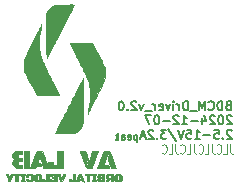
<source format=gbr>
%TF.GenerationSoftware,KiCad,Pcbnew,8.0.6*%
%TF.CreationDate,2024-12-16T13:19:03+09:00*%
%TF.ProjectId,BDCM_Driver_v1,4244434d-5f44-4726-9976-65725f76312e,rev?*%
%TF.SameCoordinates,PXaac6430PY8670810*%
%TF.FileFunction,Legend,Bot*%
%TF.FilePolarity,Positive*%
%FSLAX46Y46*%
G04 Gerber Fmt 4.6, Leading zero omitted, Abs format (unit mm)*
G04 Created by KiCad (PCBNEW 8.0.6) date 2024-12-16 13:19:03*
%MOMM*%
%LPD*%
G01*
G04 APERTURE LIST*
%ADD10C,0.150000*%
%ADD11C,0.100000*%
%ADD12C,0.010000*%
G04 APERTURE END LIST*
D10*
X-2051256Y6717359D02*
X-2158399Y6681645D01*
X-2158399Y6681645D02*
X-2194113Y6645931D01*
X-2194113Y6645931D02*
X-2229827Y6574502D01*
X-2229827Y6574502D02*
X-2229827Y6467359D01*
X-2229827Y6467359D02*
X-2194113Y6395931D01*
X-2194113Y6395931D02*
X-2158399Y6360216D01*
X-2158399Y6360216D02*
X-2086970Y6324502D01*
X-2086970Y6324502D02*
X-1801256Y6324502D01*
X-1801256Y6324502D02*
X-1801256Y7074502D01*
X-1801256Y7074502D02*
X-2051256Y7074502D01*
X-2051256Y7074502D02*
X-2122684Y7038788D01*
X-2122684Y7038788D02*
X-2158399Y7003074D01*
X-2158399Y7003074D02*
X-2194113Y6931645D01*
X-2194113Y6931645D02*
X-2194113Y6860216D01*
X-2194113Y6860216D02*
X-2158399Y6788788D01*
X-2158399Y6788788D02*
X-2122684Y6753074D01*
X-2122684Y6753074D02*
X-2051256Y6717359D01*
X-2051256Y6717359D02*
X-1801256Y6717359D01*
X-2551256Y6324502D02*
X-2551256Y7074502D01*
X-2551256Y7074502D02*
X-2729827Y7074502D01*
X-2729827Y7074502D02*
X-2836970Y7038788D01*
X-2836970Y7038788D02*
X-2908399Y6967359D01*
X-2908399Y6967359D02*
X-2944113Y6895931D01*
X-2944113Y6895931D02*
X-2979827Y6753074D01*
X-2979827Y6753074D02*
X-2979827Y6645931D01*
X-2979827Y6645931D02*
X-2944113Y6503074D01*
X-2944113Y6503074D02*
X-2908399Y6431645D01*
X-2908399Y6431645D02*
X-2836970Y6360216D01*
X-2836970Y6360216D02*
X-2729827Y6324502D01*
X-2729827Y6324502D02*
X-2551256Y6324502D01*
X-3729827Y6395931D02*
X-3694113Y6360216D01*
X-3694113Y6360216D02*
X-3586970Y6324502D01*
X-3586970Y6324502D02*
X-3515542Y6324502D01*
X-3515542Y6324502D02*
X-3408399Y6360216D01*
X-3408399Y6360216D02*
X-3336970Y6431645D01*
X-3336970Y6431645D02*
X-3301256Y6503074D01*
X-3301256Y6503074D02*
X-3265542Y6645931D01*
X-3265542Y6645931D02*
X-3265542Y6753074D01*
X-3265542Y6753074D02*
X-3301256Y6895931D01*
X-3301256Y6895931D02*
X-3336970Y6967359D01*
X-3336970Y6967359D02*
X-3408399Y7038788D01*
X-3408399Y7038788D02*
X-3515542Y7074502D01*
X-3515542Y7074502D02*
X-3586970Y7074502D01*
X-3586970Y7074502D02*
X-3694113Y7038788D01*
X-3694113Y7038788D02*
X-3729827Y7003074D01*
X-4051256Y6324502D02*
X-4051256Y7074502D01*
X-4051256Y7074502D02*
X-4301256Y6538788D01*
X-4301256Y6538788D02*
X-4551256Y7074502D01*
X-4551256Y7074502D02*
X-4551256Y6324502D01*
X-4729827Y6253074D02*
X-5301256Y6253074D01*
X-5479828Y6324502D02*
X-5479828Y7074502D01*
X-5479828Y7074502D02*
X-5658399Y7074502D01*
X-5658399Y7074502D02*
X-5765542Y7038788D01*
X-5765542Y7038788D02*
X-5836971Y6967359D01*
X-5836971Y6967359D02*
X-5872685Y6895931D01*
X-5872685Y6895931D02*
X-5908399Y6753074D01*
X-5908399Y6753074D02*
X-5908399Y6645931D01*
X-5908399Y6645931D02*
X-5872685Y6503074D01*
X-5872685Y6503074D02*
X-5836971Y6431645D01*
X-5836971Y6431645D02*
X-5765542Y6360216D01*
X-5765542Y6360216D02*
X-5658399Y6324502D01*
X-5658399Y6324502D02*
X-5479828Y6324502D01*
X-6229828Y6324502D02*
X-6229828Y6824502D01*
X-6229828Y6681645D02*
X-6265542Y6753074D01*
X-6265542Y6753074D02*
X-6301256Y6788788D01*
X-6301256Y6788788D02*
X-6372685Y6824502D01*
X-6372685Y6824502D02*
X-6444114Y6824502D01*
X-6694114Y6324502D02*
X-6694114Y6824502D01*
X-6694114Y7074502D02*
X-6658400Y7038788D01*
X-6658400Y7038788D02*
X-6694114Y7003074D01*
X-6694114Y7003074D02*
X-6729828Y7038788D01*
X-6729828Y7038788D02*
X-6694114Y7074502D01*
X-6694114Y7074502D02*
X-6694114Y7003074D01*
X-6979828Y6824502D02*
X-7158400Y6324502D01*
X-7158400Y6324502D02*
X-7336971Y6824502D01*
X-7908400Y6360216D02*
X-7836972Y6324502D01*
X-7836972Y6324502D02*
X-7694114Y6324502D01*
X-7694114Y6324502D02*
X-7622686Y6360216D01*
X-7622686Y6360216D02*
X-7586972Y6431645D01*
X-7586972Y6431645D02*
X-7586972Y6717359D01*
X-7586972Y6717359D02*
X-7622686Y6788788D01*
X-7622686Y6788788D02*
X-7694114Y6824502D01*
X-7694114Y6824502D02*
X-7836972Y6824502D01*
X-7836972Y6824502D02*
X-7908400Y6788788D01*
X-7908400Y6788788D02*
X-7944114Y6717359D01*
X-7944114Y6717359D02*
X-7944114Y6645931D01*
X-7944114Y6645931D02*
X-7586972Y6574502D01*
X-8265543Y6324502D02*
X-8265543Y6824502D01*
X-8265543Y6681645D02*
X-8301257Y6753074D01*
X-8301257Y6753074D02*
X-8336971Y6788788D01*
X-8336971Y6788788D02*
X-8408400Y6824502D01*
X-8408400Y6824502D02*
X-8479829Y6824502D01*
X-8551257Y6253074D02*
X-9122686Y6253074D01*
X-9229829Y6824502D02*
X-9408401Y6324502D01*
X-9408401Y6324502D02*
X-9586972Y6824502D01*
X-9836973Y7003074D02*
X-9872687Y7038788D01*
X-9872687Y7038788D02*
X-9944115Y7074502D01*
X-9944115Y7074502D02*
X-10122687Y7074502D01*
X-10122687Y7074502D02*
X-10194115Y7038788D01*
X-10194115Y7038788D02*
X-10229830Y7003074D01*
X-10229830Y7003074D02*
X-10265544Y6931645D01*
X-10265544Y6931645D02*
X-10265544Y6860216D01*
X-10265544Y6860216D02*
X-10229830Y6753074D01*
X-10229830Y6753074D02*
X-9801258Y6324502D01*
X-9801258Y6324502D02*
X-10265544Y6324502D01*
X-10586973Y6395931D02*
X-10622687Y6360216D01*
X-10622687Y6360216D02*
X-10586973Y6324502D01*
X-10586973Y6324502D02*
X-10551259Y6360216D01*
X-10551259Y6360216D02*
X-10586973Y6395931D01*
X-10586973Y6395931D02*
X-10586973Y6324502D01*
X-11086973Y7074502D02*
X-11158402Y7074502D01*
X-11158402Y7074502D02*
X-11229830Y7038788D01*
X-11229830Y7038788D02*
X-11265544Y7003074D01*
X-11265544Y7003074D02*
X-11301259Y6931645D01*
X-11301259Y6931645D02*
X-11336973Y6788788D01*
X-11336973Y6788788D02*
X-11336973Y6610216D01*
X-11336973Y6610216D02*
X-11301259Y6467359D01*
X-11301259Y6467359D02*
X-11265544Y6395931D01*
X-11265544Y6395931D02*
X-11229830Y6360216D01*
X-11229830Y6360216D02*
X-11158402Y6324502D01*
X-11158402Y6324502D02*
X-11086973Y6324502D01*
X-11086973Y6324502D02*
X-11015544Y6360216D01*
X-11015544Y6360216D02*
X-10979830Y6395931D01*
X-10979830Y6395931D02*
X-10944116Y6467359D01*
X-10944116Y6467359D02*
X-10908402Y6610216D01*
X-10908402Y6610216D02*
X-10908402Y6788788D01*
X-10908402Y6788788D02*
X-10944116Y6931645D01*
X-10944116Y6931645D02*
X-10979830Y7003074D01*
X-10979830Y7003074D02*
X-11015544Y7038788D01*
X-11015544Y7038788D02*
X-11086973Y7074502D01*
X-1765542Y5795616D02*
X-1801256Y5831330D01*
X-1801256Y5831330D02*
X-1872684Y5867044D01*
X-1872684Y5867044D02*
X-2051256Y5867044D01*
X-2051256Y5867044D02*
X-2122684Y5831330D01*
X-2122684Y5831330D02*
X-2158399Y5795616D01*
X-2158399Y5795616D02*
X-2194113Y5724187D01*
X-2194113Y5724187D02*
X-2194113Y5652758D01*
X-2194113Y5652758D02*
X-2158399Y5545616D01*
X-2158399Y5545616D02*
X-1729827Y5117044D01*
X-1729827Y5117044D02*
X-2194113Y5117044D01*
X-2658399Y5867044D02*
X-2729828Y5867044D01*
X-2729828Y5867044D02*
X-2801256Y5831330D01*
X-2801256Y5831330D02*
X-2836970Y5795616D01*
X-2836970Y5795616D02*
X-2872685Y5724187D01*
X-2872685Y5724187D02*
X-2908399Y5581330D01*
X-2908399Y5581330D02*
X-2908399Y5402758D01*
X-2908399Y5402758D02*
X-2872685Y5259901D01*
X-2872685Y5259901D02*
X-2836970Y5188473D01*
X-2836970Y5188473D02*
X-2801256Y5152758D01*
X-2801256Y5152758D02*
X-2729828Y5117044D01*
X-2729828Y5117044D02*
X-2658399Y5117044D01*
X-2658399Y5117044D02*
X-2586970Y5152758D01*
X-2586970Y5152758D02*
X-2551256Y5188473D01*
X-2551256Y5188473D02*
X-2515542Y5259901D01*
X-2515542Y5259901D02*
X-2479828Y5402758D01*
X-2479828Y5402758D02*
X-2479828Y5581330D01*
X-2479828Y5581330D02*
X-2515542Y5724187D01*
X-2515542Y5724187D02*
X-2551256Y5795616D01*
X-2551256Y5795616D02*
X-2586970Y5831330D01*
X-2586970Y5831330D02*
X-2658399Y5867044D01*
X-3194114Y5795616D02*
X-3229828Y5831330D01*
X-3229828Y5831330D02*
X-3301256Y5867044D01*
X-3301256Y5867044D02*
X-3479828Y5867044D01*
X-3479828Y5867044D02*
X-3551256Y5831330D01*
X-3551256Y5831330D02*
X-3586971Y5795616D01*
X-3586971Y5795616D02*
X-3622685Y5724187D01*
X-3622685Y5724187D02*
X-3622685Y5652758D01*
X-3622685Y5652758D02*
X-3586971Y5545616D01*
X-3586971Y5545616D02*
X-3158399Y5117044D01*
X-3158399Y5117044D02*
X-3622685Y5117044D01*
X-4265542Y5617044D02*
X-4265542Y5117044D01*
X-4086971Y5902758D02*
X-3908400Y5367044D01*
X-3908400Y5367044D02*
X-4372685Y5367044D01*
X-4658400Y5402758D02*
X-5229828Y5402758D01*
X-5979828Y5117044D02*
X-5551257Y5117044D01*
X-5765542Y5117044D02*
X-5765542Y5867044D01*
X-5765542Y5867044D02*
X-5694114Y5759901D01*
X-5694114Y5759901D02*
X-5622685Y5688473D01*
X-5622685Y5688473D02*
X-5551257Y5652758D01*
X-6265543Y5795616D02*
X-6301257Y5831330D01*
X-6301257Y5831330D02*
X-6372685Y5867044D01*
X-6372685Y5867044D02*
X-6551257Y5867044D01*
X-6551257Y5867044D02*
X-6622685Y5831330D01*
X-6622685Y5831330D02*
X-6658400Y5795616D01*
X-6658400Y5795616D02*
X-6694114Y5724187D01*
X-6694114Y5724187D02*
X-6694114Y5652758D01*
X-6694114Y5652758D02*
X-6658400Y5545616D01*
X-6658400Y5545616D02*
X-6229828Y5117044D01*
X-6229828Y5117044D02*
X-6694114Y5117044D01*
X-7015543Y5402758D02*
X-7586971Y5402758D01*
X-8086971Y5867044D02*
X-8158400Y5867044D01*
X-8158400Y5867044D02*
X-8229828Y5831330D01*
X-8229828Y5831330D02*
X-8265542Y5795616D01*
X-8265542Y5795616D02*
X-8301257Y5724187D01*
X-8301257Y5724187D02*
X-8336971Y5581330D01*
X-8336971Y5581330D02*
X-8336971Y5402758D01*
X-8336971Y5402758D02*
X-8301257Y5259901D01*
X-8301257Y5259901D02*
X-8265542Y5188473D01*
X-8265542Y5188473D02*
X-8229828Y5152758D01*
X-8229828Y5152758D02*
X-8158400Y5117044D01*
X-8158400Y5117044D02*
X-8086971Y5117044D01*
X-8086971Y5117044D02*
X-8015542Y5152758D01*
X-8015542Y5152758D02*
X-7979828Y5188473D01*
X-7979828Y5188473D02*
X-7944114Y5259901D01*
X-7944114Y5259901D02*
X-7908400Y5402758D01*
X-7908400Y5402758D02*
X-7908400Y5581330D01*
X-7908400Y5581330D02*
X-7944114Y5724187D01*
X-7944114Y5724187D02*
X-7979828Y5795616D01*
X-7979828Y5795616D02*
X-8015542Y5831330D01*
X-8015542Y5831330D02*
X-8086971Y5867044D01*
X-8586971Y5867044D02*
X-9086971Y5867044D01*
X-9086971Y5867044D02*
X-8765543Y5117044D01*
X-1765542Y4588158D02*
X-1801256Y4623872D01*
X-1801256Y4623872D02*
X-1872684Y4659586D01*
X-1872684Y4659586D02*
X-2051256Y4659586D01*
X-2051256Y4659586D02*
X-2122684Y4623872D01*
X-2122684Y4623872D02*
X-2158399Y4588158D01*
X-2158399Y4588158D02*
X-2194113Y4516729D01*
X-2194113Y4516729D02*
X-2194113Y4445300D01*
X-2194113Y4445300D02*
X-2158399Y4338158D01*
X-2158399Y4338158D02*
X-1729827Y3909586D01*
X-1729827Y3909586D02*
X-2194113Y3909586D01*
X-2515542Y3981015D02*
X-2551256Y3945300D01*
X-2551256Y3945300D02*
X-2515542Y3909586D01*
X-2515542Y3909586D02*
X-2479828Y3945300D01*
X-2479828Y3945300D02*
X-2515542Y3981015D01*
X-2515542Y3981015D02*
X-2515542Y3909586D01*
X-3229828Y4659586D02*
X-2872685Y4659586D01*
X-2872685Y4659586D02*
X-2836971Y4302443D01*
X-2836971Y4302443D02*
X-2872685Y4338158D01*
X-2872685Y4338158D02*
X-2944113Y4373872D01*
X-2944113Y4373872D02*
X-3122685Y4373872D01*
X-3122685Y4373872D02*
X-3194113Y4338158D01*
X-3194113Y4338158D02*
X-3229828Y4302443D01*
X-3229828Y4302443D02*
X-3265542Y4231015D01*
X-3265542Y4231015D02*
X-3265542Y4052443D01*
X-3265542Y4052443D02*
X-3229828Y3981015D01*
X-3229828Y3981015D02*
X-3194113Y3945300D01*
X-3194113Y3945300D02*
X-3122685Y3909586D01*
X-3122685Y3909586D02*
X-2944113Y3909586D01*
X-2944113Y3909586D02*
X-2872685Y3945300D01*
X-2872685Y3945300D02*
X-2836971Y3981015D01*
X-3586971Y4195300D02*
X-4158399Y4195300D01*
X-4908399Y3909586D02*
X-4479828Y3909586D01*
X-4694113Y3909586D02*
X-4694113Y4659586D01*
X-4694113Y4659586D02*
X-4622685Y4552443D01*
X-4622685Y4552443D02*
X-4551256Y4481015D01*
X-4551256Y4481015D02*
X-4479828Y4445300D01*
X-5586971Y4659586D02*
X-5229828Y4659586D01*
X-5229828Y4659586D02*
X-5194114Y4302443D01*
X-5194114Y4302443D02*
X-5229828Y4338158D01*
X-5229828Y4338158D02*
X-5301256Y4373872D01*
X-5301256Y4373872D02*
X-5479828Y4373872D01*
X-5479828Y4373872D02*
X-5551256Y4338158D01*
X-5551256Y4338158D02*
X-5586971Y4302443D01*
X-5586971Y4302443D02*
X-5622685Y4231015D01*
X-5622685Y4231015D02*
X-5622685Y4052443D01*
X-5622685Y4052443D02*
X-5586971Y3981015D01*
X-5586971Y3981015D02*
X-5551256Y3945300D01*
X-5551256Y3945300D02*
X-5479828Y3909586D01*
X-5479828Y3909586D02*
X-5301256Y3909586D01*
X-5301256Y3909586D02*
X-5229828Y3945300D01*
X-5229828Y3945300D02*
X-5194114Y3981015D01*
X-5836971Y4659586D02*
X-6086971Y3909586D01*
X-6086971Y3909586D02*
X-6336971Y4659586D01*
X-7122685Y4695300D02*
X-6479828Y3731015D01*
X-7301256Y4659586D02*
X-7765542Y4659586D01*
X-7765542Y4659586D02*
X-7515542Y4373872D01*
X-7515542Y4373872D02*
X-7622685Y4373872D01*
X-7622685Y4373872D02*
X-7694113Y4338158D01*
X-7694113Y4338158D02*
X-7729828Y4302443D01*
X-7729828Y4302443D02*
X-7765542Y4231015D01*
X-7765542Y4231015D02*
X-7765542Y4052443D01*
X-7765542Y4052443D02*
X-7729828Y3981015D01*
X-7729828Y3981015D02*
X-7694113Y3945300D01*
X-7694113Y3945300D02*
X-7622685Y3909586D01*
X-7622685Y3909586D02*
X-7408399Y3909586D01*
X-7408399Y3909586D02*
X-7336971Y3945300D01*
X-7336971Y3945300D02*
X-7301256Y3981015D01*
X-8086971Y3981015D02*
X-8122685Y3945300D01*
X-8122685Y3945300D02*
X-8086971Y3909586D01*
X-8086971Y3909586D02*
X-8051257Y3945300D01*
X-8051257Y3945300D02*
X-8086971Y3981015D01*
X-8086971Y3981015D02*
X-8086971Y3909586D01*
X-8408400Y4588158D02*
X-8444114Y4623872D01*
X-8444114Y4623872D02*
X-8515542Y4659586D01*
X-8515542Y4659586D02*
X-8694114Y4659586D01*
X-8694114Y4659586D02*
X-8765542Y4623872D01*
X-8765542Y4623872D02*
X-8801257Y4588158D01*
X-8801257Y4588158D02*
X-8836971Y4516729D01*
X-8836971Y4516729D02*
X-8836971Y4445300D01*
X-8836971Y4445300D02*
X-8801257Y4338158D01*
X-8801257Y4338158D02*
X-8372685Y3909586D01*
X-8372685Y3909586D02*
X-8836971Y3909586D01*
X-9122686Y4123872D02*
X-9479828Y4123872D01*
X-9051257Y3909586D02*
X-9301257Y4659586D01*
X-9301257Y4659586D02*
X-9551257Y3909586D01*
X-9765543Y4226729D02*
X-9765543Y3626729D01*
X-9765543Y4198158D02*
X-9822685Y4226729D01*
X-9822685Y4226729D02*
X-9936971Y4226729D01*
X-9936971Y4226729D02*
X-9994114Y4198158D01*
X-9994114Y4198158D02*
X-10022685Y4169586D01*
X-10022685Y4169586D02*
X-10051257Y4112443D01*
X-10051257Y4112443D02*
X-10051257Y3941015D01*
X-10051257Y3941015D02*
X-10022685Y3883872D01*
X-10022685Y3883872D02*
X-9994114Y3855300D01*
X-9994114Y3855300D02*
X-9936971Y3826729D01*
X-9936971Y3826729D02*
X-9822685Y3826729D01*
X-9822685Y3826729D02*
X-9765543Y3855300D01*
X-10536971Y3855300D02*
X-10479828Y3826729D01*
X-10479828Y3826729D02*
X-10365542Y3826729D01*
X-10365542Y3826729D02*
X-10308400Y3855300D01*
X-10308400Y3855300D02*
X-10279828Y3912443D01*
X-10279828Y3912443D02*
X-10279828Y4141015D01*
X-10279828Y4141015D02*
X-10308400Y4198158D01*
X-10308400Y4198158D02*
X-10365542Y4226729D01*
X-10365542Y4226729D02*
X-10479828Y4226729D01*
X-10479828Y4226729D02*
X-10536971Y4198158D01*
X-10536971Y4198158D02*
X-10565542Y4141015D01*
X-10565542Y4141015D02*
X-10565542Y4083872D01*
X-10565542Y4083872D02*
X-10279828Y4026729D01*
X-11079828Y3826729D02*
X-11079828Y4141015D01*
X-11079828Y4141015D02*
X-11051257Y4198158D01*
X-11051257Y4198158D02*
X-10994114Y4226729D01*
X-10994114Y4226729D02*
X-10879828Y4226729D01*
X-10879828Y4226729D02*
X-10822686Y4198158D01*
X-11079828Y3855300D02*
X-11022686Y3826729D01*
X-11022686Y3826729D02*
X-10879828Y3826729D01*
X-10879828Y3826729D02*
X-10822686Y3855300D01*
X-10822686Y3855300D02*
X-10794114Y3912443D01*
X-10794114Y3912443D02*
X-10794114Y3969586D01*
X-10794114Y3969586D02*
X-10822686Y4026729D01*
X-10822686Y4026729D02*
X-10879828Y4055300D01*
X-10879828Y4055300D02*
X-11022686Y4055300D01*
X-11022686Y4055300D02*
X-11079828Y4083872D01*
X-11365543Y3826729D02*
X-11365543Y4426729D01*
X-11422685Y4055300D02*
X-11594114Y3826729D01*
X-11594114Y4226729D02*
X-11365543Y3998158D01*
D11*
X-1904075Y3443105D02*
X-1904075Y2871677D01*
X-1904075Y2871677D02*
X-1875504Y2757391D01*
X-1875504Y2757391D02*
X-1818361Y2681200D01*
X-1818361Y2681200D02*
X-1732647Y2643105D01*
X-1732647Y2643105D02*
X-1675504Y2643105D01*
X-2475504Y2643105D02*
X-2189790Y2643105D01*
X-2189790Y2643105D02*
X-2189790Y3443105D01*
X-3018361Y2719296D02*
X-2989789Y2681200D01*
X-2989789Y2681200D02*
X-2904075Y2643105D01*
X-2904075Y2643105D02*
X-2846932Y2643105D01*
X-2846932Y2643105D02*
X-2761218Y2681200D01*
X-2761218Y2681200D02*
X-2704075Y2757391D01*
X-2704075Y2757391D02*
X-2675504Y2833581D01*
X-2675504Y2833581D02*
X-2646932Y2985962D01*
X-2646932Y2985962D02*
X-2646932Y3100248D01*
X-2646932Y3100248D02*
X-2675504Y3252629D01*
X-2675504Y3252629D02*
X-2704075Y3328820D01*
X-2704075Y3328820D02*
X-2761218Y3405010D01*
X-2761218Y3405010D02*
X-2846932Y3443105D01*
X-2846932Y3443105D02*
X-2904075Y3443105D01*
X-2904075Y3443105D02*
X-2989789Y3405010D01*
X-2989789Y3405010D02*
X-3018361Y3366915D01*
X-3446932Y3443105D02*
X-3446932Y2871677D01*
X-3446932Y2871677D02*
X-3418361Y2757391D01*
X-3418361Y2757391D02*
X-3361218Y2681200D01*
X-3361218Y2681200D02*
X-3275504Y2643105D01*
X-3275504Y2643105D02*
X-3218361Y2643105D01*
X-4018361Y2643105D02*
X-3732647Y2643105D01*
X-3732647Y2643105D02*
X-3732647Y3443105D01*
X-4561218Y2719296D02*
X-4532646Y2681200D01*
X-4532646Y2681200D02*
X-4446932Y2643105D01*
X-4446932Y2643105D02*
X-4389789Y2643105D01*
X-4389789Y2643105D02*
X-4304075Y2681200D01*
X-4304075Y2681200D02*
X-4246932Y2757391D01*
X-4246932Y2757391D02*
X-4218361Y2833581D01*
X-4218361Y2833581D02*
X-4189789Y2985962D01*
X-4189789Y2985962D02*
X-4189789Y3100248D01*
X-4189789Y3100248D02*
X-4218361Y3252629D01*
X-4218361Y3252629D02*
X-4246932Y3328820D01*
X-4246932Y3328820D02*
X-4304075Y3405010D01*
X-4304075Y3405010D02*
X-4389789Y3443105D01*
X-4389789Y3443105D02*
X-4446932Y3443105D01*
X-4446932Y3443105D02*
X-4532646Y3405010D01*
X-4532646Y3405010D02*
X-4561218Y3366915D01*
X-4989789Y3443105D02*
X-4989789Y2871677D01*
X-4989789Y2871677D02*
X-4961218Y2757391D01*
X-4961218Y2757391D02*
X-4904075Y2681200D01*
X-4904075Y2681200D02*
X-4818361Y2643105D01*
X-4818361Y2643105D02*
X-4761218Y2643105D01*
X-5561218Y2643105D02*
X-5275504Y2643105D01*
X-5275504Y2643105D02*
X-5275504Y3443105D01*
X-6104075Y2719296D02*
X-6075503Y2681200D01*
X-6075503Y2681200D02*
X-5989789Y2643105D01*
X-5989789Y2643105D02*
X-5932646Y2643105D01*
X-5932646Y2643105D02*
X-5846932Y2681200D01*
X-5846932Y2681200D02*
X-5789789Y2757391D01*
X-5789789Y2757391D02*
X-5761218Y2833581D01*
X-5761218Y2833581D02*
X-5732646Y2985962D01*
X-5732646Y2985962D02*
X-5732646Y3100248D01*
X-5732646Y3100248D02*
X-5761218Y3252629D01*
X-5761218Y3252629D02*
X-5789789Y3328820D01*
X-5789789Y3328820D02*
X-5846932Y3405010D01*
X-5846932Y3405010D02*
X-5932646Y3443105D01*
X-5932646Y3443105D02*
X-5989789Y3443105D01*
X-5989789Y3443105D02*
X-6075503Y3405010D01*
X-6075503Y3405010D02*
X-6104075Y3366915D01*
X-6532646Y3443105D02*
X-6532646Y2871677D01*
X-6532646Y2871677D02*
X-6504075Y2757391D01*
X-6504075Y2757391D02*
X-6446932Y2681200D01*
X-6446932Y2681200D02*
X-6361218Y2643105D01*
X-6361218Y2643105D02*
X-6304075Y2643105D01*
X-7104075Y2643105D02*
X-6818361Y2643105D01*
X-6818361Y2643105D02*
X-6818361Y3443105D01*
X-7646932Y2719296D02*
X-7618360Y2681200D01*
X-7618360Y2681200D02*
X-7532646Y2643105D01*
X-7532646Y2643105D02*
X-7475503Y2643105D01*
X-7475503Y2643105D02*
X-7389789Y2681200D01*
X-7389789Y2681200D02*
X-7332646Y2757391D01*
X-7332646Y2757391D02*
X-7304075Y2833581D01*
X-7304075Y2833581D02*
X-7275503Y2985962D01*
X-7275503Y2985962D02*
X-7275503Y3100248D01*
X-7275503Y3100248D02*
X-7304075Y3252629D01*
X-7304075Y3252629D02*
X-7332646Y3328820D01*
X-7332646Y3328820D02*
X-7389789Y3405010D01*
X-7389789Y3405010D02*
X-7475503Y3443105D01*
X-7475503Y3443105D02*
X-7532646Y3443105D01*
X-7532646Y3443105D02*
X-7618360Y3405010D01*
X-7618360Y3405010D02*
X-7646932Y3366915D01*
D12*
%TO.C,G\u002A\u002A\u002A*%
X-19710400Y804334D02*
X-20252266Y804334D01*
X-20252266Y922867D01*
X-19710400Y922867D01*
X-19710400Y804334D01*
G36*
X-19710400Y804334D02*
G01*
X-20252266Y804334D01*
X-20252266Y922867D01*
X-19710400Y922867D01*
X-19710400Y804334D01*
G37*
X-19879733Y279401D02*
X-20082933Y279401D01*
X-20082933Y736601D01*
X-19879733Y736601D01*
X-19879733Y279401D01*
G36*
X-19879733Y279401D02*
G01*
X-20082933Y279401D01*
X-20082933Y736601D01*
X-19879733Y736601D01*
X-19879733Y279401D01*
G37*
X-18931466Y1430867D02*
X-19388666Y1430867D01*
X-19388666Y2887134D01*
X-18931466Y2887134D01*
X-18931466Y1430867D01*
G36*
X-18931466Y1430867D02*
G01*
X-19388666Y1430867D01*
X-19388666Y2887134D01*
X-18931466Y2887134D01*
X-18931466Y1430867D01*
G37*
X-17272000Y279401D02*
X-17475200Y279401D01*
X-17475200Y922867D01*
X-17272000Y922867D01*
X-17272000Y279401D01*
G36*
X-17272000Y279401D02*
G01*
X-17475200Y279401D01*
X-17475200Y922867D01*
X-17272000Y922867D01*
X-17272000Y279401D01*
G37*
X-16069733Y1430867D02*
X-16543866Y1430867D01*
X-16543866Y2887134D01*
X-16069733Y2887134D01*
X-16069733Y1430867D01*
G36*
X-16069733Y1430867D02*
G01*
X-16543866Y1430867D01*
X-16543866Y2887134D01*
X-16069733Y2887134D01*
X-16069733Y1430867D01*
G37*
X-15053733Y279401D02*
X-15239999Y279401D01*
X-15239999Y922867D01*
X-15053733Y922867D01*
X-15053733Y279401D01*
G36*
X-15053733Y279401D02*
G01*
X-15239999Y279401D01*
X-15239999Y922867D01*
X-15053733Y922867D01*
X-15053733Y279401D01*
G37*
X-14325599Y9042401D02*
X-14334066Y9033934D01*
X-14342533Y9042401D01*
X-14334066Y9050867D01*
X-14325599Y9042401D01*
G36*
X-14325599Y9042401D02*
G01*
X-14334066Y9033934D01*
X-14342533Y9042401D01*
X-14334066Y9050867D01*
X-14325599Y9042401D01*
G37*
X-13682133Y804334D02*
X-14207066Y804334D01*
X-14207066Y922867D01*
X-13682133Y922867D01*
X-13682133Y804334D01*
G36*
X-13682133Y804334D02*
G01*
X-14207066Y804334D01*
X-14207066Y922867D01*
X-13682133Y922867D01*
X-13682133Y804334D01*
G37*
X-13851466Y279401D02*
X-14037733Y279401D01*
X-14037733Y736601D01*
X-13851466Y736601D01*
X-13851466Y279401D01*
G36*
X-13851466Y279401D02*
G01*
X-14037733Y279401D01*
X-14037733Y736601D01*
X-13851466Y736601D01*
X-13851466Y279401D01*
G37*
X-12547600Y279401D02*
X-12733866Y279401D01*
X-12733866Y922867D01*
X-12547600Y922867D01*
X-12547600Y279401D01*
G36*
X-12547600Y279401D02*
G01*
X-12733866Y279401D01*
X-12733866Y922867D01*
X-12547600Y922867D01*
X-12547600Y279401D01*
G37*
X-11819466Y279401D02*
X-12005733Y279401D01*
X-12005733Y922867D01*
X-11819466Y922867D01*
X-11819466Y279401D01*
G36*
X-11819466Y279401D02*
G01*
X-12005733Y279401D01*
X-12005733Y922867D01*
X-11819466Y922867D01*
X-11819466Y279401D01*
G37*
X-16594666Y279401D02*
X-16780933Y279401D01*
X-16780933Y550334D01*
X-16984133Y550334D01*
X-16984133Y651934D01*
X-16780933Y651934D01*
X-16780933Y922867D01*
X-16594666Y922867D01*
X-16594666Y279401D01*
G36*
X-16594666Y279401D02*
G01*
X-16780933Y279401D01*
X-16780933Y550334D01*
X-16984133Y550334D01*
X-16984133Y651934D01*
X-16780933Y651934D01*
X-16780933Y922867D01*
X-16594666Y922867D01*
X-16594666Y279401D01*
G37*
X-12186237Y402167D02*
X-12190508Y391984D01*
X-12211640Y343840D01*
X-12228302Y309034D01*
X-12243470Y292695D01*
X-12277314Y282345D01*
X-12336345Y279401D01*
X-12428698Y279401D01*
X-12337344Y465667D01*
X-12159861Y465667D01*
X-12186237Y402167D01*
G36*
X-12186237Y402167D02*
G01*
X-12190508Y391984D01*
X-12211640Y343840D01*
X-12228302Y309034D01*
X-12243470Y292695D01*
X-12277314Y282345D01*
X-12336345Y279401D01*
X-12428698Y279401D01*
X-12337344Y465667D01*
X-12159861Y465667D01*
X-12186237Y402167D01*
G37*
X-14440468Y732880D02*
X-14430302Y704570D01*
X-14400780Y622835D01*
X-14367376Y530837D01*
X-14335544Y443615D01*
X-14274767Y277630D01*
X-14362927Y282748D01*
X-14451088Y287867D01*
X-14507249Y462481D01*
X-14563411Y637094D01*
X-14484615Y856160D01*
X-14440468Y732880D01*
G36*
X-14440468Y732880D02*
G01*
X-14430302Y704570D01*
X-14400780Y622835D01*
X-14367376Y530837D01*
X-14335544Y443615D01*
X-14274767Y277630D01*
X-14362927Y282748D01*
X-14451088Y287867D01*
X-14507249Y462481D01*
X-14563411Y637094D01*
X-14484615Y856160D01*
X-14440468Y732880D01*
G37*
X-20685457Y824177D02*
X-20638288Y725487D01*
X-20676882Y635771D01*
X-20715477Y546056D01*
X-20804737Y721761D01*
X-20837928Y787887D01*
X-20867250Y847952D01*
X-20887263Y890872D01*
X-20894865Y910167D01*
X-20890276Y914486D01*
X-20861247Y920505D01*
X-20814180Y922867D01*
X-20732627Y922867D01*
X-20685457Y824177D01*
G36*
X-20685457Y824177D02*
G01*
X-20638288Y725487D01*
X-20676882Y635771D01*
X-20715477Y546056D01*
X-20804737Y721761D01*
X-20837928Y787887D01*
X-20867250Y847952D01*
X-20887263Y890872D01*
X-20894865Y910167D01*
X-20890276Y914486D01*
X-20861247Y920505D01*
X-20814180Y922867D01*
X-20732627Y922867D01*
X-20685457Y824177D01*
G37*
X-17695221Y465266D02*
X-17661287Y460992D01*
X-17647278Y448458D01*
X-17644533Y423334D01*
X-17641754Y398396D01*
X-17625346Y384163D01*
X-17585266Y381001D01*
X-17546061Y378330D01*
X-17529303Y364331D01*
X-17526000Y330201D01*
X-17526000Y279401D01*
X-17813866Y279401D01*
X-17813866Y465667D01*
X-17729200Y465667D01*
X-17695221Y465266D01*
G36*
X-17695221Y465266D02*
G01*
X-17661287Y460992D01*
X-17647278Y448458D01*
X-17644533Y423334D01*
X-17641754Y398396D01*
X-17625346Y384163D01*
X-17585266Y381001D01*
X-17546061Y378330D01*
X-17529303Y364331D01*
X-17526000Y330201D01*
X-17526000Y279401D01*
X-17813866Y279401D01*
X-17813866Y465667D01*
X-17729200Y465667D01*
X-17695221Y465266D01*
G37*
X-15460021Y465266D02*
X-15426087Y460992D01*
X-15412078Y448458D01*
X-15409333Y423334D01*
X-15406554Y398396D01*
X-15390146Y384163D01*
X-15350066Y381001D01*
X-15310861Y378330D01*
X-15294103Y364331D01*
X-15290800Y330201D01*
X-15290800Y279401D01*
X-15578666Y279401D01*
X-15578666Y465667D01*
X-15494000Y465667D01*
X-15460021Y465266D01*
G36*
X-15460021Y465266D02*
G01*
X-15426087Y460992D01*
X-15412078Y448458D01*
X-15409333Y423334D01*
X-15406554Y398396D01*
X-15390146Y384163D01*
X-15350066Y381001D01*
X-15310861Y378330D01*
X-15294103Y364331D01*
X-15290800Y330201D01*
X-15290800Y279401D01*
X-15578666Y279401D01*
X-15578666Y465667D01*
X-15494000Y465667D01*
X-15460021Y465266D01*
G37*
X-16831733Y872067D02*
X-16831840Y861159D01*
X-16836728Y834144D01*
X-16856035Y823273D01*
X-16899466Y821267D01*
X-16938562Y819350D01*
X-16961519Y809557D01*
X-16967200Y787401D01*
X-16968193Y775519D01*
X-16978473Y761359D01*
X-17006511Y755004D01*
X-17060333Y753534D01*
X-17153466Y753534D01*
X-17153466Y922867D01*
X-16831733Y922867D01*
X-16831733Y872067D01*
G36*
X-16831733Y872067D02*
G01*
X-16831840Y861159D01*
X-16836728Y834144D01*
X-16856035Y823273D01*
X-16899466Y821267D01*
X-16938562Y819350D01*
X-16961519Y809557D01*
X-16967200Y787401D01*
X-16968193Y775519D01*
X-16978473Y761359D01*
X-17006511Y755004D01*
X-17060333Y753534D01*
X-17153466Y753534D01*
X-17153466Y922867D01*
X-16831733Y922867D01*
X-16831733Y872067D01*
G37*
X-17027659Y448373D02*
X-16988720Y444634D01*
X-16971242Y434439D01*
X-16967200Y414867D01*
X-16963365Y395319D01*
X-16943780Y383841D01*
X-16899466Y381001D01*
X-16884922Y380920D01*
X-16848902Y377254D01*
X-16834408Y362774D01*
X-16831733Y330201D01*
X-16831733Y279401D01*
X-17153466Y279401D01*
X-17153466Y448734D01*
X-17060333Y448734D01*
X-17027659Y448373D01*
G36*
X-17027659Y448373D02*
G01*
X-16988720Y444634D01*
X-16971242Y434439D01*
X-16967200Y414867D01*
X-16963365Y395319D01*
X-16943780Y383841D01*
X-16899466Y381001D01*
X-16884922Y380920D01*
X-16848902Y377254D01*
X-16834408Y362774D01*
X-16831733Y330201D01*
X-16831733Y279401D01*
X-17153466Y279401D01*
X-17153466Y448734D01*
X-17060333Y448734D01*
X-17027659Y448373D01*
G37*
X-16282658Y752080D02*
X-16233337Y581292D01*
X-16272373Y460088D01*
X-16311409Y338885D01*
X-16400011Y592776D01*
X-16417554Y643129D01*
X-16447252Y728747D01*
X-16472456Y801890D01*
X-16490932Y856062D01*
X-16500447Y884767D01*
X-16504931Y903503D01*
X-16499107Y916612D01*
X-16473924Y921891D01*
X-16422131Y922867D01*
X-16331980Y922867D01*
X-16282658Y752080D01*
G36*
X-16282658Y752080D02*
G01*
X-16233337Y581292D01*
X-16272373Y460088D01*
X-16311409Y338885D01*
X-16400011Y592776D01*
X-16417554Y643129D01*
X-16447252Y728747D01*
X-16472456Y801890D01*
X-16490932Y856062D01*
X-16500447Y884767D01*
X-16504931Y903503D01*
X-16499107Y916612D01*
X-16473924Y921891D01*
X-16422131Y922867D01*
X-16331980Y922867D01*
X-16282658Y752080D01*
G37*
X-18883988Y921514D02*
X-18857892Y915708D01*
X-18848214Y900625D01*
X-18846800Y872067D01*
X-18846906Y861159D01*
X-18851795Y834144D01*
X-18871102Y823273D01*
X-18914533Y821267D01*
X-18982266Y821267D01*
X-18982266Y685801D01*
X-19185466Y685801D01*
X-19185466Y738533D01*
X-19180700Y771420D01*
X-19158741Y810123D01*
X-19113500Y856372D01*
X-19083697Y882335D01*
X-19044733Y908195D01*
X-19003470Y919435D01*
X-18944166Y922173D01*
X-18934656Y922238D01*
X-18883988Y921514D01*
G36*
X-18883988Y921514D02*
G01*
X-18857892Y915708D01*
X-18848214Y900625D01*
X-18846800Y872067D01*
X-18846906Y861159D01*
X-18851795Y834144D01*
X-18871102Y823273D01*
X-18914533Y821267D01*
X-18982266Y821267D01*
X-18982266Y685801D01*
X-19185466Y685801D01*
X-19185466Y738533D01*
X-19180700Y771420D01*
X-19158741Y810123D01*
X-19113500Y856372D01*
X-19083697Y882335D01*
X-19044733Y908195D01*
X-19003470Y919435D01*
X-18944166Y922173D01*
X-18934656Y922238D01*
X-18883988Y921514D01*
G37*
X-18726169Y919984D02*
X-18696341Y897317D01*
X-18657013Y860164D01*
X-18592800Y797461D01*
X-18592800Y407828D01*
X-18655503Y343614D01*
X-18680346Y320309D01*
X-18720086Y290898D01*
X-18748636Y279401D01*
X-18759043Y281477D01*
X-18766911Y290783D01*
X-18772406Y311758D01*
X-18775950Y348841D01*
X-18777961Y406472D01*
X-18778860Y489090D01*
X-18779066Y601134D01*
X-18778700Y718618D01*
X-18776703Y810129D01*
X-18771763Y873239D01*
X-18762568Y910729D01*
X-18747807Y925383D01*
X-18726169Y919984D01*
G36*
X-18726169Y919984D02*
G01*
X-18696341Y897317D01*
X-18657013Y860164D01*
X-18592800Y797461D01*
X-18592800Y407828D01*
X-18655503Y343614D01*
X-18680346Y320309D01*
X-18720086Y290898D01*
X-18748636Y279401D01*
X-18759043Y281477D01*
X-18766911Y290783D01*
X-18772406Y311758D01*
X-18775950Y348841D01*
X-18777961Y406472D01*
X-18778860Y489090D01*
X-18779066Y601134D01*
X-18778700Y718618D01*
X-18776703Y810129D01*
X-18771763Y873239D01*
X-18762568Y910729D01*
X-18747807Y925383D01*
X-18726169Y919984D01*
G37*
X-15908581Y921330D02*
X-15876519Y914632D01*
X-15870784Y901701D01*
X-15870791Y901683D01*
X-15878749Y879569D01*
X-15896093Y830943D01*
X-15920902Y761203D01*
X-15951258Y675745D01*
X-15985239Y579967D01*
X-16091819Y279401D01*
X-16173909Y279401D01*
X-16202023Y280172D01*
X-16240791Y284754D01*
X-16256000Y292089D01*
X-16255969Y292489D01*
X-16250101Y314008D01*
X-16235214Y362069D01*
X-16212964Y431504D01*
X-16185005Y517145D01*
X-16152992Y613822D01*
X-16049985Y922867D01*
X-15956447Y922867D01*
X-15908581Y921330D01*
G36*
X-15908581Y921330D02*
G01*
X-15876519Y914632D01*
X-15870784Y901701D01*
X-15870791Y901683D01*
X-15878749Y879569D01*
X-15896093Y830943D01*
X-15920902Y761203D01*
X-15951258Y675745D01*
X-15985239Y579967D01*
X-16091819Y279401D01*
X-16173909Y279401D01*
X-16202023Y280172D01*
X-16240791Y284754D01*
X-16256000Y292089D01*
X-16255969Y292489D01*
X-16250101Y314008D01*
X-16235214Y362069D01*
X-16212964Y431504D01*
X-16185005Y517145D01*
X-16152992Y613822D01*
X-16049985Y922867D01*
X-15956447Y922867D01*
X-15908581Y921330D01*
G37*
X-18982266Y431801D02*
X-18982159Y420892D01*
X-18977271Y393877D01*
X-18957964Y383007D01*
X-18914533Y381001D01*
X-18899988Y380920D01*
X-18863969Y377254D01*
X-18849474Y362774D01*
X-18846800Y330201D01*
X-18846806Y324854D01*
X-18848958Y298655D01*
X-18860604Y285153D01*
X-18889868Y280137D01*
X-18944874Y279401D01*
X-18999449Y280896D01*
X-19038272Y289497D01*
X-19071863Y311202D01*
X-19114207Y352008D01*
X-19158694Y400802D01*
X-19183585Y440654D01*
X-19179830Y465765D01*
X-19146800Y478843D01*
X-19083866Y482601D01*
X-18982266Y482601D01*
X-18982266Y431801D01*
G36*
X-18982266Y431801D02*
G01*
X-18982159Y420892D01*
X-18977271Y393877D01*
X-18957964Y383007D01*
X-18914533Y381001D01*
X-18899988Y380920D01*
X-18863969Y377254D01*
X-18849474Y362774D01*
X-18846800Y330201D01*
X-18846806Y324854D01*
X-18848958Y298655D01*
X-18860604Y285153D01*
X-18889868Y280137D01*
X-18944874Y279401D01*
X-18999449Y280896D01*
X-19038272Y289497D01*
X-19071863Y311202D01*
X-19114207Y352008D01*
X-19158694Y400802D01*
X-19183585Y440654D01*
X-19179830Y465765D01*
X-19146800Y478843D01*
X-19083866Y482601D01*
X-18982266Y482601D01*
X-18982266Y431801D01*
G37*
X-20357038Y922506D02*
X-20318278Y920327D01*
X-20303066Y916830D01*
X-20303810Y914545D01*
X-20314874Y889330D01*
X-20337134Y841112D01*
X-20367946Y775573D01*
X-20404666Y698399D01*
X-20427056Y651254D01*
X-20461978Y574584D01*
X-20484957Y516859D01*
X-20498397Y470613D01*
X-20504699Y428382D01*
X-20506266Y382702D01*
X-20506266Y279401D01*
X-20692533Y279401D01*
X-20692533Y367568D01*
X-20692222Y383490D01*
X-20687911Y423337D01*
X-20676744Y467421D01*
X-20656469Y522164D01*
X-20624831Y593983D01*
X-20579577Y689301D01*
X-20466621Y922867D01*
X-20384844Y922867D01*
X-20357038Y922506D01*
G36*
X-20357038Y922506D02*
G01*
X-20318278Y920327D01*
X-20303066Y916830D01*
X-20303810Y914545D01*
X-20314874Y889330D01*
X-20337134Y841112D01*
X-20367946Y775573D01*
X-20404666Y698399D01*
X-20427056Y651254D01*
X-20461978Y574584D01*
X-20484957Y516859D01*
X-20498397Y470613D01*
X-20504699Y428382D01*
X-20506266Y382702D01*
X-20506266Y279401D01*
X-20692533Y279401D01*
X-20692533Y367568D01*
X-20692222Y383490D01*
X-20687911Y423337D01*
X-20676744Y467421D01*
X-20656469Y522164D01*
X-20624831Y593983D01*
X-20579577Y689301D01*
X-20466621Y922867D01*
X-20384844Y922867D01*
X-20357038Y922506D01*
G37*
X-17764058Y2751589D02*
X-17755276Y2734188D01*
X-17736200Y2688766D01*
X-17708197Y2618817D01*
X-17672633Y2527835D01*
X-17630875Y2419314D01*
X-17584290Y2296746D01*
X-17534245Y2163628D01*
X-17314333Y1575588D01*
X-17309464Y1731828D01*
X-17304595Y1888067D01*
X-16882533Y1888067D01*
X-16882533Y1701801D01*
X-16645466Y1701801D01*
X-16645466Y1430385D01*
X-17173847Y1434859D01*
X-17702227Y1439334D01*
X-17832682Y1842874D01*
X-17963136Y2246414D01*
X-17868743Y2499041D01*
X-17847909Y2554146D01*
X-17817324Y2632545D01*
X-17791713Y2695161D01*
X-17773285Y2736650D01*
X-17764253Y2751667D01*
X-17764058Y2751589D01*
G36*
X-17764058Y2751589D02*
G01*
X-17755276Y2734188D01*
X-17736200Y2688766D01*
X-17708197Y2618817D01*
X-17672633Y2527835D01*
X-17630875Y2419314D01*
X-17584290Y2296746D01*
X-17534245Y2163628D01*
X-17314333Y1575588D01*
X-17309464Y1731828D01*
X-17304595Y1888067D01*
X-16882533Y1888067D01*
X-16882533Y1701801D01*
X-16645466Y1701801D01*
X-16645466Y1430385D01*
X-17173847Y1434859D01*
X-17702227Y1439334D01*
X-17832682Y1842874D01*
X-17963136Y2246414D01*
X-17868743Y2499041D01*
X-17847909Y2554146D01*
X-17817324Y2632545D01*
X-17791713Y2695161D01*
X-17773285Y2736650D01*
X-17764253Y2751667D01*
X-17764058Y2751589D01*
G37*
X-18247685Y922607D02*
X-18216759Y917721D01*
X-18205118Y900612D01*
X-18203333Y863601D01*
X-18205318Y828688D01*
X-18217038Y808762D01*
X-18245666Y804334D01*
X-18288000Y804334D01*
X-18288000Y397934D01*
X-18245666Y397934D01*
X-18220729Y395155D01*
X-18206496Y378747D01*
X-18203333Y338667D01*
X-18203595Y317098D01*
X-18209274Y290872D01*
X-18229761Y280948D01*
X-18274586Y279401D01*
X-18276376Y279404D01*
X-18325049Y284270D01*
X-18364762Y302927D01*
X-18410052Y342104D01*
X-18474266Y404807D01*
X-18474266Y794439D01*
X-18411563Y858653D01*
X-18404236Y866078D01*
X-18362782Y902177D01*
X-18324867Y918832D01*
X-18276096Y922867D01*
X-18247685Y922607D01*
G36*
X-18247685Y922607D02*
G01*
X-18216759Y917721D01*
X-18205118Y900612D01*
X-18203333Y863601D01*
X-18205318Y828688D01*
X-18217038Y808762D01*
X-18245666Y804334D01*
X-18288000Y804334D01*
X-18288000Y397934D01*
X-18245666Y397934D01*
X-18220729Y395155D01*
X-18206496Y378747D01*
X-18203333Y338667D01*
X-18203595Y317098D01*
X-18209274Y290872D01*
X-18229761Y280948D01*
X-18274586Y279401D01*
X-18276376Y279404D01*
X-18325049Y284270D01*
X-18364762Y302927D01*
X-18410052Y342104D01*
X-18474266Y404807D01*
X-18474266Y794439D01*
X-18411563Y858653D01*
X-18404236Y866078D01*
X-18362782Y902177D01*
X-18324867Y918832D01*
X-18276096Y922867D01*
X-18247685Y922607D01*
G37*
X-18079490Y922864D02*
X-18030817Y917998D01*
X-17991104Y899340D01*
X-17945813Y860164D01*
X-17881600Y797461D01*
X-17881600Y407828D01*
X-17944303Y343614D01*
X-17951629Y336189D01*
X-17993084Y300091D01*
X-18030999Y283436D01*
X-18079769Y279401D01*
X-18108180Y279661D01*
X-18139107Y284547D01*
X-18150748Y301656D01*
X-18152533Y338667D01*
X-18150548Y373580D01*
X-18138828Y393506D01*
X-18110200Y397934D01*
X-18067866Y397934D01*
X-18067866Y804334D01*
X-18110200Y804334D01*
X-18135137Y807113D01*
X-18149370Y823521D01*
X-18152533Y863601D01*
X-18152270Y885169D01*
X-18146592Y911396D01*
X-18126104Y921320D01*
X-18081280Y922867D01*
X-18079490Y922864D01*
G36*
X-18079490Y922864D02*
G01*
X-18030817Y917998D01*
X-17991104Y899340D01*
X-17945813Y860164D01*
X-17881600Y797461D01*
X-17881600Y407828D01*
X-17944303Y343614D01*
X-17951629Y336189D01*
X-17993084Y300091D01*
X-18030999Y283436D01*
X-18079769Y279401D01*
X-18108180Y279661D01*
X-18139107Y284547D01*
X-18150748Y301656D01*
X-18152533Y338667D01*
X-18150548Y373580D01*
X-18138828Y393506D01*
X-18110200Y397934D01*
X-18067866Y397934D01*
X-18067866Y804334D01*
X-18110200Y804334D01*
X-18135137Y807113D01*
X-18149370Y823521D01*
X-18152533Y863601D01*
X-18152270Y885169D01*
X-18146592Y911396D01*
X-18126104Y921320D01*
X-18081280Y922867D01*
X-18079490Y922864D01*
G37*
X-11833590Y2104364D02*
X-11805168Y2029050D01*
X-11753528Y1892070D01*
X-11706432Y1766967D01*
X-11665119Y1657039D01*
X-11630828Y1565588D01*
X-11604797Y1495914D01*
X-11588264Y1451318D01*
X-11582468Y1435101D01*
X-11582911Y1434828D01*
X-11603698Y1433280D01*
X-11650994Y1432022D01*
X-11718473Y1431176D01*
X-11799813Y1430867D01*
X-12017227Y1430867D01*
X-12146947Y1826493D01*
X-12173779Y1908642D01*
X-12206992Y2011281D01*
X-12235346Y2100010D01*
X-12257398Y2170269D01*
X-12271706Y2217494D01*
X-12276826Y2237126D01*
X-12274330Y2247355D01*
X-12261917Y2285473D01*
X-12240868Y2345857D01*
X-12213172Y2422843D01*
X-12180815Y2510764D01*
X-12084643Y2769395D01*
X-11833590Y2104364D01*
G36*
X-11833590Y2104364D02*
G01*
X-11805168Y2029050D01*
X-11753528Y1892070D01*
X-11706432Y1766967D01*
X-11665119Y1657039D01*
X-11630828Y1565588D01*
X-11604797Y1495914D01*
X-11588264Y1451318D01*
X-11582468Y1435101D01*
X-11582911Y1434828D01*
X-11603698Y1433280D01*
X-11650994Y1432022D01*
X-11718473Y1431176D01*
X-11799813Y1430867D01*
X-12017227Y1430867D01*
X-12146947Y1826493D01*
X-12173779Y1908642D01*
X-12206992Y2011281D01*
X-12235346Y2100010D01*
X-12257398Y2170269D01*
X-12271706Y2217494D01*
X-12276826Y2237126D01*
X-12274330Y2247355D01*
X-12261917Y2285473D01*
X-12240868Y2345857D01*
X-12213172Y2422843D01*
X-12180815Y2510764D01*
X-12084643Y2769395D01*
X-11833590Y2104364D01*
G37*
X-11480442Y922802D02*
X-11445742Y918905D01*
X-11432266Y902253D01*
X-11430000Y863601D01*
X-11431985Y828688D01*
X-11443705Y808762D01*
X-11472333Y804334D01*
X-11514666Y804334D01*
X-11514666Y397934D01*
X-11472333Y397934D01*
X-11447395Y395155D01*
X-11433162Y378747D01*
X-11430000Y338667D01*
X-11430070Y325961D01*
X-11434292Y293931D01*
X-11452333Y281492D01*
X-11494207Y279401D01*
X-11506291Y279649D01*
X-11546202Y286973D01*
X-11583500Y309040D01*
X-11629674Y352008D01*
X-11700933Y424616D01*
X-11700933Y777652D01*
X-11629674Y850260D01*
X-11616315Y863647D01*
X-11573521Y900653D01*
X-11536648Y918340D01*
X-11494207Y922867D01*
X-11480442Y922802D01*
G36*
X-11480442Y922802D02*
G01*
X-11445742Y918905D01*
X-11432266Y902253D01*
X-11430000Y863601D01*
X-11431985Y828688D01*
X-11443705Y808762D01*
X-11472333Y804334D01*
X-11514666Y804334D01*
X-11514666Y397934D01*
X-11472333Y397934D01*
X-11447395Y395155D01*
X-11433162Y378747D01*
X-11430000Y338667D01*
X-11430070Y325961D01*
X-11434292Y293931D01*
X-11452333Y281492D01*
X-11494207Y279401D01*
X-11506291Y279649D01*
X-11546202Y286973D01*
X-11583500Y309040D01*
X-11629674Y352008D01*
X-11700933Y424616D01*
X-11700933Y777652D01*
X-11629674Y850260D01*
X-11616315Y863647D01*
X-11573521Y900653D01*
X-11536648Y918340D01*
X-11494207Y922867D01*
X-11480442Y922802D01*
G37*
X-11292607Y922782D02*
X-11251032Y916067D01*
X-11211958Y894349D01*
X-11163940Y851608D01*
X-11091333Y780349D01*
X-11091333Y424616D01*
X-11162592Y352008D01*
X-11175951Y338620D01*
X-11218745Y301615D01*
X-11255618Y283928D01*
X-11298058Y279401D01*
X-11311824Y279465D01*
X-11346524Y283362D01*
X-11360000Y300015D01*
X-11362266Y338667D01*
X-11360281Y373580D01*
X-11348561Y393506D01*
X-11319933Y397934D01*
X-11277600Y397934D01*
X-11277600Y804334D01*
X-11319933Y804334D01*
X-11344870Y807113D01*
X-11359103Y823521D01*
X-11362266Y863601D01*
X-11362219Y874260D01*
X-11358267Y907622D01*
X-11340702Y920645D01*
X-11299407Y922867D01*
X-11292607Y922782D01*
G36*
X-11292607Y922782D02*
G01*
X-11251032Y916067D01*
X-11211958Y894349D01*
X-11163940Y851608D01*
X-11091333Y780349D01*
X-11091333Y424616D01*
X-11162592Y352008D01*
X-11175951Y338620D01*
X-11218745Y301615D01*
X-11255618Y283928D01*
X-11298058Y279401D01*
X-11311824Y279465D01*
X-11346524Y283362D01*
X-11360000Y300015D01*
X-11362266Y338667D01*
X-11360281Y373580D01*
X-11348561Y393506D01*
X-11319933Y397934D01*
X-11277600Y397934D01*
X-11277600Y804334D01*
X-11319933Y804334D01*
X-11344870Y807113D01*
X-11359103Y823521D01*
X-11362266Y863601D01*
X-11362219Y874260D01*
X-11358267Y907622D01*
X-11340702Y920645D01*
X-11299407Y922867D01*
X-11292607Y922782D01*
G37*
X-19490266Y2616201D02*
X-19862800Y2616201D01*
X-19862800Y2277534D01*
X-19490266Y2277534D01*
X-19490266Y2040467D01*
X-19862800Y2040467D01*
X-19862800Y1701801D01*
X-19490266Y1701801D01*
X-19490266Y1430867D01*
X-20039930Y1430867D01*
X-20188431Y1578681D01*
X-20336933Y1726494D01*
X-20336933Y1851359D01*
X-20336687Y1897647D01*
X-20333353Y1946718D01*
X-20322529Y1982190D01*
X-20299795Y2016224D01*
X-20260733Y2060977D01*
X-20222597Y2104957D01*
X-20195048Y2139762D01*
X-20184533Y2157306D01*
X-20193550Y2171602D01*
X-20221106Y2203076D01*
X-20260733Y2243667D01*
X-20336933Y2318452D01*
X-20336933Y2590131D01*
X-20189119Y2738632D01*
X-20041306Y2887134D01*
X-19490266Y2887134D01*
X-19490266Y2616201D01*
G36*
X-19490266Y2616201D02*
G01*
X-19862800Y2616201D01*
X-19862800Y2277534D01*
X-19490266Y2277534D01*
X-19490266Y2040467D01*
X-19862800Y2040467D01*
X-19862800Y1701801D01*
X-19490266Y1701801D01*
X-19490266Y1430867D01*
X-20039930Y1430867D01*
X-20188431Y1578681D01*
X-20336933Y1726494D01*
X-20336933Y1851359D01*
X-20336687Y1897647D01*
X-20333353Y1946718D01*
X-20322529Y1982190D01*
X-20299795Y2016224D01*
X-20260733Y2060977D01*
X-20222597Y2104957D01*
X-20195048Y2139762D01*
X-20184533Y2157306D01*
X-20193550Y2171602D01*
X-20221106Y2203076D01*
X-20260733Y2243667D01*
X-20336933Y2318452D01*
X-20336933Y2590131D01*
X-20189119Y2738632D01*
X-20041306Y2887134D01*
X-19490266Y2887134D01*
X-19490266Y2616201D01*
G37*
X-14389578Y2883392D02*
X-14165690Y2878667D01*
X-14049557Y2497667D01*
X-13933423Y2116667D01*
X-14032145Y1825462D01*
X-14062962Y1736697D01*
X-14091912Y1657543D01*
X-14115963Y1596190D01*
X-14133232Y1557432D01*
X-14141837Y1546062D01*
X-14144245Y1550822D01*
X-14156873Y1582481D01*
X-14178513Y1640055D01*
X-14207701Y1719423D01*
X-14242971Y1816466D01*
X-14282859Y1927065D01*
X-14325900Y2047101D01*
X-14370629Y2172454D01*
X-14415582Y2299005D01*
X-14459293Y2422635D01*
X-14500298Y2539224D01*
X-14537133Y2644654D01*
X-14568331Y2734804D01*
X-14592430Y2805557D01*
X-14607963Y2852791D01*
X-14613466Y2872389D01*
X-14613352Y2872937D01*
X-14594728Y2878645D01*
X-14547814Y2882458D01*
X-14477725Y2884124D01*
X-14389578Y2883392D01*
G36*
X-14389578Y2883392D02*
G01*
X-14165690Y2878667D01*
X-14049557Y2497667D01*
X-13933423Y2116667D01*
X-14032145Y1825462D01*
X-14062962Y1736697D01*
X-14091912Y1657543D01*
X-14115963Y1596190D01*
X-14133232Y1557432D01*
X-14141837Y1546062D01*
X-14144245Y1550822D01*
X-14156873Y1582481D01*
X-14178513Y1640055D01*
X-14207701Y1719423D01*
X-14242971Y1816466D01*
X-14282859Y1927065D01*
X-14325900Y2047101D01*
X-14370629Y2172454D01*
X-14415582Y2299005D01*
X-14459293Y2422635D01*
X-14500298Y2539224D01*
X-14537133Y2644654D01*
X-14568331Y2734804D01*
X-14592430Y2805557D01*
X-14607963Y2852791D01*
X-14613466Y2872389D01*
X-14613352Y2872937D01*
X-14594728Y2878645D01*
X-14547814Y2882458D01*
X-14477725Y2884124D01*
X-14389578Y2883392D01*
G37*
X-12073466Y872067D02*
X-12073897Y852902D01*
X-12080617Y831242D01*
X-12102810Y822740D01*
X-12149666Y821267D01*
X-12225866Y821267D01*
X-12225866Y584201D01*
X-12149666Y584201D01*
X-12119627Y583893D01*
X-12087848Y579248D01*
X-12075528Y563931D01*
X-12073466Y531589D01*
X-12074356Y507935D01*
X-12082400Y488397D01*
X-12103100Y491561D01*
X-12125091Y498269D01*
X-12174098Y508918D01*
X-12233669Y519025D01*
X-12240394Y520050D01*
X-12327453Y542612D01*
X-12385911Y579952D01*
X-12418779Y635025D01*
X-12429066Y710783D01*
X-12427760Y755527D01*
X-12419161Y791462D01*
X-12396713Y821963D01*
X-12353874Y860015D01*
X-12319020Y887841D01*
X-12279745Y910893D01*
X-12237178Y920772D01*
X-12176074Y922867D01*
X-12073466Y922867D01*
X-12073466Y872067D01*
G36*
X-12073466Y872067D02*
G01*
X-12073897Y852902D01*
X-12080617Y831242D01*
X-12102810Y822740D01*
X-12149666Y821267D01*
X-12225866Y821267D01*
X-12225866Y584201D01*
X-12149666Y584201D01*
X-12119627Y583893D01*
X-12087848Y579248D01*
X-12075528Y563931D01*
X-12073466Y531589D01*
X-12074356Y507935D01*
X-12082400Y488397D01*
X-12103100Y491561D01*
X-12125091Y498269D01*
X-12174098Y508918D01*
X-12233669Y519025D01*
X-12240394Y520050D01*
X-12327453Y542612D01*
X-12385911Y579952D01*
X-12418779Y635025D01*
X-12429066Y710783D01*
X-12427760Y755527D01*
X-12419161Y791462D01*
X-12396713Y821963D01*
X-12353874Y860015D01*
X-12319020Y887841D01*
X-12279745Y910893D01*
X-12237178Y920772D01*
X-12176074Y922867D01*
X-12073466Y922867D01*
X-12073466Y872067D01*
G37*
X-13156076Y2705101D02*
X-13159537Y2695496D01*
X-13188157Y2616009D01*
X-13223194Y2518620D01*
X-13263157Y2407477D01*
X-13306557Y2286727D01*
X-13351905Y2160518D01*
X-13397711Y2032997D01*
X-13442486Y1908313D01*
X-13484740Y1790612D01*
X-13522984Y1684043D01*
X-13555728Y1592753D01*
X-13581483Y1520890D01*
X-13598760Y1472601D01*
X-13606068Y1452034D01*
X-13607503Y1449519D01*
X-13626254Y1440869D01*
X-13668196Y1435095D01*
X-13736868Y1431870D01*
X-13835813Y1430867D01*
X-13899097Y1431157D01*
X-13974148Y1432977D01*
X-14021782Y1436804D01*
X-14045934Y1443027D01*
X-14050541Y1452034D01*
X-14046784Y1462738D01*
X-14032805Y1503007D01*
X-14009752Y1569605D01*
X-13978785Y1659177D01*
X-13941064Y1768367D01*
X-13897746Y1893821D01*
X-13849993Y2032183D01*
X-13798963Y2180097D01*
X-13555133Y2886994D01*
X-13322804Y2887064D01*
X-13090474Y2887134D01*
X-13156076Y2705101D01*
G36*
X-13156076Y2705101D02*
G01*
X-13159537Y2695496D01*
X-13188157Y2616009D01*
X-13223194Y2518620D01*
X-13263157Y2407477D01*
X-13306557Y2286727D01*
X-13351905Y2160518D01*
X-13397711Y2032997D01*
X-13442486Y1908313D01*
X-13484740Y1790612D01*
X-13522984Y1684043D01*
X-13555728Y1592753D01*
X-13581483Y1520890D01*
X-13598760Y1472601D01*
X-13606068Y1452034D01*
X-13607503Y1449519D01*
X-13626254Y1440869D01*
X-13668196Y1435095D01*
X-13736868Y1431870D01*
X-13835813Y1430867D01*
X-13899097Y1431157D01*
X-13974148Y1432977D01*
X-14021782Y1436804D01*
X-14045934Y1443027D01*
X-14050541Y1452034D01*
X-14046784Y1462738D01*
X-14032805Y1503007D01*
X-14009752Y1569605D01*
X-13978785Y1659177D01*
X-13941064Y1768367D01*
X-13897746Y1893821D01*
X-13849993Y2032183D01*
X-13798963Y2180097D01*
X-13555133Y2886994D01*
X-13322804Y2887064D01*
X-13090474Y2887134D01*
X-13156076Y2705101D01*
G37*
X-19304000Y863601D02*
X-19304045Y858203D01*
X-19310613Y817186D01*
X-19329400Y804334D01*
X-19339429Y800275D01*
X-19347125Y783132D01*
X-19351820Y747681D01*
X-19354163Y688742D01*
X-19354800Y601134D01*
X-19354292Y520898D01*
X-19352149Y459330D01*
X-19347718Y421767D01*
X-19340351Y403029D01*
X-19329400Y397934D01*
X-19327086Y397827D01*
X-19309507Y382502D01*
X-19304000Y338667D01*
X-19304000Y279401D01*
X-19608800Y279401D01*
X-19608800Y338667D01*
X-19608754Y344065D01*
X-19602186Y385082D01*
X-19583400Y397934D01*
X-19573370Y401992D01*
X-19565674Y419136D01*
X-19560979Y454587D01*
X-19558636Y513526D01*
X-19558000Y601134D01*
X-19558507Y681370D01*
X-19560650Y742938D01*
X-19565081Y780501D01*
X-19572448Y799239D01*
X-19583400Y804334D01*
X-19585713Y804441D01*
X-19603292Y819766D01*
X-19608800Y863601D01*
X-19608800Y922867D01*
X-19304000Y922867D01*
X-19304000Y863601D01*
G36*
X-19304000Y863601D02*
G01*
X-19304045Y858203D01*
X-19310613Y817186D01*
X-19329400Y804334D01*
X-19339429Y800275D01*
X-19347125Y783132D01*
X-19351820Y747681D01*
X-19354163Y688742D01*
X-19354800Y601134D01*
X-19354292Y520898D01*
X-19352149Y459330D01*
X-19347718Y421767D01*
X-19340351Y403029D01*
X-19329400Y397934D01*
X-19327086Y397827D01*
X-19309507Y382502D01*
X-19304000Y338667D01*
X-19304000Y279401D01*
X-19608800Y279401D01*
X-19608800Y338667D01*
X-19608754Y344065D01*
X-19602186Y385082D01*
X-19583400Y397934D01*
X-19573370Y401992D01*
X-19565674Y419136D01*
X-19560979Y454587D01*
X-19558636Y513526D01*
X-19558000Y601134D01*
X-19558507Y681370D01*
X-19560650Y742938D01*
X-19565081Y780501D01*
X-19572448Y799239D01*
X-19583400Y804334D01*
X-19585713Y804441D01*
X-19603292Y819766D01*
X-19608800Y863601D01*
X-19608800Y922867D01*
X-19304000Y922867D01*
X-19304000Y863601D01*
G37*
X-14570298Y817034D02*
X-14592588Y758027D01*
X-14624594Y673290D01*
X-14654206Y594884D01*
X-14657223Y586881D01*
X-14677948Y530987D01*
X-14692586Y489934D01*
X-14698133Y472118D01*
X-14697586Y471246D01*
X-14677813Y467279D01*
X-14638447Y465667D01*
X-14613349Y464555D01*
X-14580943Y452801D01*
X-14562247Y422231D01*
X-14551103Y390978D01*
X-14545733Y371431D01*
X-14556807Y368093D01*
X-14593512Y365186D01*
X-14647010Y364067D01*
X-14699369Y363170D01*
X-14733298Y358051D01*
X-14750194Y345355D01*
X-14758913Y321734D01*
X-14764610Y303861D01*
X-14778867Y287725D01*
X-14808304Y280845D01*
X-14862246Y279401D01*
X-14900304Y280811D01*
X-14937275Y286429D01*
X-14949311Y294867D01*
X-14949104Y295426D01*
X-14940511Y317892D01*
X-14921837Y366360D01*
X-14895063Y435700D01*
X-14862168Y520783D01*
X-14825133Y616480D01*
X-14706599Y922625D01*
X-14530317Y922867D01*
X-14570298Y817034D01*
G36*
X-14570298Y817034D02*
G01*
X-14592588Y758027D01*
X-14624594Y673290D01*
X-14654206Y594884D01*
X-14657223Y586881D01*
X-14677948Y530987D01*
X-14692586Y489934D01*
X-14698133Y472118D01*
X-14697586Y471246D01*
X-14677813Y467279D01*
X-14638447Y465667D01*
X-14613349Y464555D01*
X-14580943Y452801D01*
X-14562247Y422231D01*
X-14551103Y390978D01*
X-14545733Y371431D01*
X-14556807Y368093D01*
X-14593512Y365186D01*
X-14647010Y364067D01*
X-14699369Y363170D01*
X-14733298Y358051D01*
X-14750194Y345355D01*
X-14758913Y321734D01*
X-14764610Y303861D01*
X-14778867Y287725D01*
X-14808304Y280845D01*
X-14862246Y279401D01*
X-14900304Y280811D01*
X-14937275Y286429D01*
X-14949311Y294867D01*
X-14949104Y295426D01*
X-14940511Y317892D01*
X-14921837Y366360D01*
X-14895063Y435700D01*
X-14862168Y520783D01*
X-14825133Y616480D01*
X-14706599Y922625D01*
X-14530317Y922867D01*
X-14570298Y817034D01*
G37*
X-13258800Y863601D02*
X-13259907Y836845D01*
X-13269325Y810963D01*
X-13292666Y804334D01*
X-13302637Y803612D01*
X-13313734Y797173D01*
X-13320736Y779317D01*
X-13324580Y744434D01*
X-13326201Y686910D01*
X-13326533Y601134D01*
X-13326412Y541312D01*
X-13325339Y474730D01*
X-13322363Y432713D01*
X-13316550Y409650D01*
X-13306962Y399927D01*
X-13292666Y397934D01*
X-13277377Y395997D01*
X-13262588Y379515D01*
X-13258800Y338667D01*
X-13258800Y279401D01*
X-13580533Y279401D01*
X-13580533Y338667D01*
X-13579426Y365423D01*
X-13570008Y391304D01*
X-13546666Y397934D01*
X-13536696Y398656D01*
X-13525599Y405095D01*
X-13518596Y422950D01*
X-13514752Y457834D01*
X-13513132Y515357D01*
X-13512799Y601134D01*
X-13512920Y660956D01*
X-13513993Y727538D01*
X-13516969Y769554D01*
X-13522783Y792618D01*
X-13532370Y802340D01*
X-13546666Y804334D01*
X-13561955Y806271D01*
X-13576744Y822753D01*
X-13580533Y863601D01*
X-13580533Y922867D01*
X-13258800Y922867D01*
X-13258800Y863601D01*
G36*
X-13258800Y863601D02*
G01*
X-13259907Y836845D01*
X-13269325Y810963D01*
X-13292666Y804334D01*
X-13302637Y803612D01*
X-13313734Y797173D01*
X-13320736Y779317D01*
X-13324580Y744434D01*
X-13326201Y686910D01*
X-13326533Y601134D01*
X-13326412Y541312D01*
X-13325339Y474730D01*
X-13322363Y432713D01*
X-13316550Y409650D01*
X-13306962Y399927D01*
X-13292666Y397934D01*
X-13277377Y395997D01*
X-13262588Y379515D01*
X-13258800Y338667D01*
X-13258800Y279401D01*
X-13580533Y279401D01*
X-13580533Y338667D01*
X-13579426Y365423D01*
X-13570008Y391304D01*
X-13546666Y397934D01*
X-13536696Y398656D01*
X-13525599Y405095D01*
X-13518596Y422950D01*
X-13514752Y457834D01*
X-13513132Y515357D01*
X-13512799Y601134D01*
X-13512920Y660956D01*
X-13513993Y727538D01*
X-13516969Y769554D01*
X-13522783Y792618D01*
X-13532370Y802340D01*
X-13546666Y804334D01*
X-13561955Y806271D01*
X-13576744Y822753D01*
X-13580533Y863601D01*
X-13580533Y922867D01*
X-13258800Y922867D01*
X-13258800Y863601D01*
G37*
X-18051183Y2887114D02*
X-17971662Y2886220D01*
X-17907029Y2884186D01*
X-17863611Y2881286D01*
X-17847733Y2877791D01*
X-17848738Y2874218D01*
X-17859188Y2844907D01*
X-17879791Y2789547D01*
X-17909060Y2712061D01*
X-17945508Y2616373D01*
X-17987650Y2506405D01*
X-18034000Y2386081D01*
X-18052957Y2336903D01*
X-18097861Y2219710D01*
X-18137947Y2114101D01*
X-18171723Y2024073D01*
X-18197696Y1953620D01*
X-18214375Y1906738D01*
X-18220266Y1887423D01*
X-18219396Y1885531D01*
X-18197155Y1878182D01*
X-18150767Y1873058D01*
X-18088133Y1871134D01*
X-17955999Y1871134D01*
X-17917587Y1756834D01*
X-17916834Y1754593D01*
X-17896615Y1695092D01*
X-17880053Y1647464D01*
X-17870667Y1621840D01*
X-17872299Y1615414D01*
X-17891758Y1608233D01*
X-17934491Y1602933D01*
X-18004028Y1599130D01*
X-18103895Y1596440D01*
X-18345631Y1591734D01*
X-18370588Y1511301D01*
X-18395545Y1430867D01*
X-18859937Y1430867D01*
X-18623121Y2027767D01*
X-18568643Y2165098D01*
X-18514740Y2301014D01*
X-18464410Y2427950D01*
X-18419438Y2541406D01*
X-18381607Y2636883D01*
X-18352701Y2709881D01*
X-18334503Y2755901D01*
X-18282701Y2887134D01*
X-18065217Y2887134D01*
X-18051183Y2887114D01*
G36*
X-18051183Y2887114D02*
G01*
X-17971662Y2886220D01*
X-17907029Y2884186D01*
X-17863611Y2881286D01*
X-17847733Y2877791D01*
X-17848738Y2874218D01*
X-17859188Y2844907D01*
X-17879791Y2789547D01*
X-17909060Y2712061D01*
X-17945508Y2616373D01*
X-17987650Y2506405D01*
X-18034000Y2386081D01*
X-18052957Y2336903D01*
X-18097861Y2219710D01*
X-18137947Y2114101D01*
X-18171723Y2024073D01*
X-18197696Y1953620D01*
X-18214375Y1906738D01*
X-18220266Y1887423D01*
X-18219396Y1885531D01*
X-18197155Y1878182D01*
X-18150767Y1873058D01*
X-18088133Y1871134D01*
X-17955999Y1871134D01*
X-17917587Y1756834D01*
X-17916834Y1754593D01*
X-17896615Y1695092D01*
X-17880053Y1647464D01*
X-17870667Y1621840D01*
X-17872299Y1615414D01*
X-17891758Y1608233D01*
X-17934491Y1602933D01*
X-18004028Y1599130D01*
X-18103895Y1596440D01*
X-18345631Y1591734D01*
X-18370588Y1511301D01*
X-18395545Y1430867D01*
X-18859937Y1430867D01*
X-18623121Y2027767D01*
X-18568643Y2165098D01*
X-18514740Y2301014D01*
X-18464410Y2427950D01*
X-18419438Y2541406D01*
X-18381607Y2636883D01*
X-18352701Y2709881D01*
X-18334503Y2755901D01*
X-18282701Y2887134D01*
X-18065217Y2887134D01*
X-18051183Y2887114D01*
G37*
X-12784666Y872067D02*
X-12785617Y846981D01*
X-12794219Y829201D01*
X-12819212Y822377D01*
X-12869333Y821267D01*
X-12954000Y821267D01*
X-12954000Y651934D01*
X-12869333Y651934D01*
X-12827522Y651363D01*
X-12797889Y646202D01*
X-12786516Y631206D01*
X-12784666Y601134D01*
X-12785617Y576048D01*
X-12794219Y558268D01*
X-12819212Y551444D01*
X-12869333Y550334D01*
X-12954000Y550334D01*
X-12954000Y381001D01*
X-12869333Y381001D01*
X-12827522Y380430D01*
X-12797889Y375269D01*
X-12786516Y360273D01*
X-12784666Y330201D01*
X-12784666Y279401D01*
X-12898252Y279401D01*
X-12913203Y279427D01*
X-12970180Y281396D01*
X-13008107Y289603D01*
X-13039294Y308392D01*
X-13076052Y342104D01*
X-13112356Y381538D01*
X-13134391Y421625D01*
X-13140266Y467030D01*
X-13140162Y472873D01*
X-13132084Y519773D01*
X-13114866Y550334D01*
X-13101680Y565626D01*
X-13089466Y601134D01*
X-13093182Y619647D01*
X-13114866Y651934D01*
X-13117191Y654117D01*
X-13133563Y687175D01*
X-13140266Y733727D01*
X-13137090Y767216D01*
X-13118462Y810171D01*
X-13077563Y858653D01*
X-13065565Y870840D01*
X-13033129Y900068D01*
X-13002639Y915608D01*
X-12962163Y921771D01*
X-12899763Y922867D01*
X-12784666Y922867D01*
X-12784666Y872067D01*
G36*
X-12784666Y872067D02*
G01*
X-12785617Y846981D01*
X-12794219Y829201D01*
X-12819212Y822377D01*
X-12869333Y821267D01*
X-12954000Y821267D01*
X-12954000Y651934D01*
X-12869333Y651934D01*
X-12827522Y651363D01*
X-12797889Y646202D01*
X-12786516Y631206D01*
X-12784666Y601134D01*
X-12785617Y576048D01*
X-12794219Y558268D01*
X-12819212Y551444D01*
X-12869333Y550334D01*
X-12954000Y550334D01*
X-12954000Y381001D01*
X-12869333Y381001D01*
X-12827522Y380430D01*
X-12797889Y375269D01*
X-12786516Y360273D01*
X-12784666Y330201D01*
X-12784666Y279401D01*
X-12898252Y279401D01*
X-12913203Y279427D01*
X-12970180Y281396D01*
X-13008107Y289603D01*
X-13039294Y308392D01*
X-13076052Y342104D01*
X-13112356Y381538D01*
X-13134391Y421625D01*
X-13140266Y467030D01*
X-13140162Y472873D01*
X-13132084Y519773D01*
X-13114866Y550334D01*
X-13101680Y565626D01*
X-13089466Y601134D01*
X-13093182Y619647D01*
X-13114866Y651934D01*
X-13117191Y654117D01*
X-13133563Y687175D01*
X-13140266Y733727D01*
X-13137090Y767216D01*
X-13118462Y810171D01*
X-13077563Y858653D01*
X-13065565Y870840D01*
X-13033129Y900068D01*
X-13002639Y915608D01*
X-12962163Y921771D01*
X-12899763Y922867D01*
X-12784666Y922867D01*
X-12784666Y872067D01*
G37*
X-12375010Y2883428D02*
X-12162835Y2878667D01*
X-12380566Y2311401D01*
X-12427621Y2188306D01*
X-12474063Y2065755D01*
X-12515139Y1956261D01*
X-12549477Y1863530D01*
X-12575705Y1791267D01*
X-12592452Y1743178D01*
X-12598348Y1722967D01*
X-12589268Y1713297D01*
X-12558026Y1706614D01*
X-12500732Y1702930D01*
X-12413513Y1701801D01*
X-12228627Y1701801D01*
X-12190902Y1587501D01*
X-12190234Y1585475D01*
X-12170428Y1525819D01*
X-12154333Y1477938D01*
X-12145377Y1452034D01*
X-12145181Y1450223D01*
X-12153704Y1444377D01*
X-12178940Y1439755D01*
X-12223748Y1436239D01*
X-12290984Y1433711D01*
X-12383509Y1432052D01*
X-12504179Y1431144D01*
X-12655854Y1430867D01*
X-12712055Y1430903D01*
X-12836171Y1431246D01*
X-12946910Y1431916D01*
X-13040173Y1432864D01*
X-13111863Y1434043D01*
X-13157883Y1435405D01*
X-13174133Y1436903D01*
X-13173482Y1439483D01*
X-13163640Y1466847D01*
X-13143152Y1520506D01*
X-13113558Y1596608D01*
X-13076395Y1691300D01*
X-13033203Y1800727D01*
X-12985518Y1921037D01*
X-12934881Y2048376D01*
X-12882828Y2178892D01*
X-12830898Y2308730D01*
X-12780630Y2434038D01*
X-12733561Y2550962D01*
X-12691230Y2655649D01*
X-12655175Y2744246D01*
X-12626934Y2812899D01*
X-12608046Y2857755D01*
X-12600049Y2874961D01*
X-12599474Y2875418D01*
X-12575912Y2879973D01*
X-12526031Y2883000D01*
X-12456755Y2884239D01*
X-12375010Y2883428D01*
G36*
X-12375010Y2883428D02*
G01*
X-12162835Y2878667D01*
X-12380566Y2311401D01*
X-12427621Y2188306D01*
X-12474063Y2065755D01*
X-12515139Y1956261D01*
X-12549477Y1863530D01*
X-12575705Y1791267D01*
X-12592452Y1743178D01*
X-12598348Y1722967D01*
X-12589268Y1713297D01*
X-12558026Y1706614D01*
X-12500732Y1702930D01*
X-12413513Y1701801D01*
X-12228627Y1701801D01*
X-12190902Y1587501D01*
X-12190234Y1585475D01*
X-12170428Y1525819D01*
X-12154333Y1477938D01*
X-12145377Y1452034D01*
X-12145181Y1450223D01*
X-12153704Y1444377D01*
X-12178940Y1439755D01*
X-12223748Y1436239D01*
X-12290984Y1433711D01*
X-12383509Y1432052D01*
X-12504179Y1431144D01*
X-12655854Y1430867D01*
X-12712055Y1430903D01*
X-12836171Y1431246D01*
X-12946910Y1431916D01*
X-13040173Y1432864D01*
X-13111863Y1434043D01*
X-13157883Y1435405D01*
X-13174133Y1436903D01*
X-13173482Y1439483D01*
X-13163640Y1466847D01*
X-13143152Y1520506D01*
X-13113558Y1596608D01*
X-13076395Y1691300D01*
X-13033203Y1800727D01*
X-12985518Y1921037D01*
X-12934881Y2048376D01*
X-12882828Y2178892D01*
X-12830898Y2308730D01*
X-12780630Y2434038D01*
X-12733561Y2550962D01*
X-12691230Y2655649D01*
X-12655175Y2744246D01*
X-12626934Y2812899D01*
X-12608046Y2857755D01*
X-12600049Y2874961D01*
X-12599474Y2875418D01*
X-12575912Y2879973D01*
X-12526031Y2883000D01*
X-12456755Y2884239D01*
X-12375010Y2883428D01*
G37*
X-14342165Y9015757D02*
X-14341066Y8990903D01*
X-14340040Y8934880D01*
X-14339096Y8849837D01*
X-14338242Y8737924D01*
X-14337485Y8601289D01*
X-14336832Y8442081D01*
X-14336293Y8262451D01*
X-14335875Y8064546D01*
X-14335586Y7850516D01*
X-14335433Y7622510D01*
X-14335425Y7382677D01*
X-14335569Y7133167D01*
X-14337224Y5249334D01*
X-14399234Y5113867D01*
X-14435517Y5035837D01*
X-14492331Y4920409D01*
X-14542795Y4828256D01*
X-14590027Y4753847D01*
X-14637142Y4691650D01*
X-14659054Y4666359D01*
X-14780912Y4554760D01*
X-14923481Y4463980D01*
X-15079072Y4398227D01*
X-15239999Y4361707D01*
X-15250412Y4360576D01*
X-15302667Y4357143D01*
X-15379466Y4354141D01*
X-15476639Y4351579D01*
X-15590012Y4349466D01*
X-15715413Y4347811D01*
X-15848672Y4346624D01*
X-15985616Y4345914D01*
X-16122073Y4345689D01*
X-16253871Y4345959D01*
X-16376838Y4346733D01*
X-16486803Y4348021D01*
X-16579594Y4349830D01*
X-16651038Y4352171D01*
X-16696964Y4355052D01*
X-16713200Y4358483D01*
X-16712444Y4360862D01*
X-16700293Y4387456D01*
X-16674090Y4441471D01*
X-16634848Y4520919D01*
X-16583577Y4623813D01*
X-16521289Y4748165D01*
X-16448996Y4891988D01*
X-16367709Y5053293D01*
X-16278440Y5230092D01*
X-16182200Y5420400D01*
X-16080001Y5622226D01*
X-15972855Y5833585D01*
X-15861773Y6052488D01*
X-15747767Y6276947D01*
X-15631848Y6504976D01*
X-15515028Y6734585D01*
X-15398318Y6963788D01*
X-15282730Y7190597D01*
X-15169276Y7413024D01*
X-15058967Y7629081D01*
X-14952815Y7836782D01*
X-14851831Y8034137D01*
X-14757026Y8219160D01*
X-14669414Y8389862D01*
X-14590004Y8544257D01*
X-14519809Y8680356D01*
X-14459840Y8796172D01*
X-14411108Y8889716D01*
X-14374626Y8959003D01*
X-14351405Y9002042D01*
X-14342457Y9016848D01*
X-14342165Y9015757D01*
G36*
X-14342165Y9015757D02*
G01*
X-14341066Y8990903D01*
X-14340040Y8934880D01*
X-14339096Y8849837D01*
X-14338242Y8737924D01*
X-14337485Y8601289D01*
X-14336832Y8442081D01*
X-14336293Y8262451D01*
X-14335875Y8064546D01*
X-14335586Y7850516D01*
X-14335433Y7622510D01*
X-14335425Y7382677D01*
X-14335569Y7133167D01*
X-14337224Y5249334D01*
X-14399234Y5113867D01*
X-14435517Y5035837D01*
X-14492331Y4920409D01*
X-14542795Y4828256D01*
X-14590027Y4753847D01*
X-14637142Y4691650D01*
X-14659054Y4666359D01*
X-14780912Y4554760D01*
X-14923481Y4463980D01*
X-15079072Y4398227D01*
X-15239999Y4361707D01*
X-15250412Y4360576D01*
X-15302667Y4357143D01*
X-15379466Y4354141D01*
X-15476639Y4351579D01*
X-15590012Y4349466D01*
X-15715413Y4347811D01*
X-15848672Y4346624D01*
X-15985616Y4345914D01*
X-16122073Y4345689D01*
X-16253871Y4345959D01*
X-16376838Y4346733D01*
X-16486803Y4348021D01*
X-16579594Y4349830D01*
X-16651038Y4352171D01*
X-16696964Y4355052D01*
X-16713200Y4358483D01*
X-16712444Y4360862D01*
X-16700293Y4387456D01*
X-16674090Y4441471D01*
X-16634848Y4520919D01*
X-16583577Y4623813D01*
X-16521289Y4748165D01*
X-16448996Y4891988D01*
X-16367709Y5053293D01*
X-16278440Y5230092D01*
X-16182200Y5420400D01*
X-16080001Y5622226D01*
X-15972855Y5833585D01*
X-15861773Y6052488D01*
X-15747767Y6276947D01*
X-15631848Y6504976D01*
X-15515028Y6734585D01*
X-15398318Y6963788D01*
X-15282730Y7190597D01*
X-15169276Y7413024D01*
X-15058967Y7629081D01*
X-14952815Y7836782D01*
X-14851831Y8034137D01*
X-14757026Y8219160D01*
X-14669414Y8389862D01*
X-14590004Y8544257D01*
X-14519809Y8680356D01*
X-14459840Y8796172D01*
X-14411108Y8889716D01*
X-14374626Y8959003D01*
X-14351405Y9002042D01*
X-14342457Y9016848D01*
X-14342165Y9015757D01*
G37*
X-13572066Y11979918D02*
X-13095119Y11078426D01*
X-13017056Y10930351D01*
X-12933199Y10770091D01*
X-12854465Y10618390D01*
X-12782403Y10478291D01*
X-12718561Y10352841D01*
X-12664487Y10245082D01*
X-12621729Y10158059D01*
X-12591836Y10094817D01*
X-12576355Y10058401D01*
X-12522651Y9875265D01*
X-12482816Y9634923D01*
X-12475299Y9390885D01*
X-12500163Y9146955D01*
X-12557469Y8906934D01*
X-12558692Y8903188D01*
X-12575813Y8860045D01*
X-12607306Y8788590D01*
X-12652369Y8690494D01*
X-12710202Y8567428D01*
X-12780005Y8421062D01*
X-12860977Y8253067D01*
X-12952317Y8065114D01*
X-13053224Y7858874D01*
X-13162898Y7636017D01*
X-13280538Y7398213D01*
X-13286110Y7386978D01*
X-13385721Y7186190D01*
X-13480926Y6994430D01*
X-13570660Y6813830D01*
X-13653863Y6646521D01*
X-13729472Y6494636D01*
X-13796423Y6360307D01*
X-13853655Y6245665D01*
X-13900104Y6152843D01*
X-13934709Y6083972D01*
X-13956406Y6041185D01*
X-13964133Y6026613D01*
X-13964176Y6027233D01*
X-13960743Y6048933D01*
X-13951774Y6097924D01*
X-13938220Y6169188D01*
X-13921032Y6257709D01*
X-13901164Y6358467D01*
X-13894885Y6390150D01*
X-13859304Y6573017D01*
X-13830431Y6729510D01*
X-13807596Y6865375D01*
X-13790128Y6986360D01*
X-13777356Y7098210D01*
X-13768609Y7206672D01*
X-13763216Y7317494D01*
X-13760506Y7436421D01*
X-13759808Y7569200D01*
X-13761570Y7721825D01*
X-13772882Y7962303D01*
X-13795859Y8184990D01*
X-13831882Y8399175D01*
X-13882331Y8614149D01*
X-13948586Y8839201D01*
X-13965134Y8889627D01*
X-13985389Y8947753D01*
X-14008095Y9008647D01*
X-14034240Y9074421D01*
X-14064814Y9147185D01*
X-14100807Y9229050D01*
X-14143207Y9322127D01*
X-14193004Y9428526D01*
X-14251187Y9550359D01*
X-14318745Y9689735D01*
X-14396668Y9848765D01*
X-14485945Y10029561D01*
X-14587564Y10234233D01*
X-14702516Y10464892D01*
X-14831790Y10723648D01*
X-15460178Y11980334D01*
X-13572066Y11979918D01*
G36*
X-13572066Y11979918D02*
G01*
X-13095119Y11078426D01*
X-13017056Y10930351D01*
X-12933199Y10770091D01*
X-12854465Y10618390D01*
X-12782403Y10478291D01*
X-12718561Y10352841D01*
X-12664487Y10245082D01*
X-12621729Y10158059D01*
X-12591836Y10094817D01*
X-12576355Y10058401D01*
X-12522651Y9875265D01*
X-12482816Y9634923D01*
X-12475299Y9390885D01*
X-12500163Y9146955D01*
X-12557469Y8906934D01*
X-12558692Y8903188D01*
X-12575813Y8860045D01*
X-12607306Y8788590D01*
X-12652369Y8690494D01*
X-12710202Y8567428D01*
X-12780005Y8421062D01*
X-12860977Y8253067D01*
X-12952317Y8065114D01*
X-13053224Y7858874D01*
X-13162898Y7636017D01*
X-13280538Y7398213D01*
X-13286110Y7386978D01*
X-13385721Y7186190D01*
X-13480926Y6994430D01*
X-13570660Y6813830D01*
X-13653863Y6646521D01*
X-13729472Y6494636D01*
X-13796423Y6360307D01*
X-13853655Y6245665D01*
X-13900104Y6152843D01*
X-13934709Y6083972D01*
X-13956406Y6041185D01*
X-13964133Y6026613D01*
X-13964176Y6027233D01*
X-13960743Y6048933D01*
X-13951774Y6097924D01*
X-13938220Y6169188D01*
X-13921032Y6257709D01*
X-13901164Y6358467D01*
X-13894885Y6390150D01*
X-13859304Y6573017D01*
X-13830431Y6729510D01*
X-13807596Y6865375D01*
X-13790128Y6986360D01*
X-13777356Y7098210D01*
X-13768609Y7206672D01*
X-13763216Y7317494D01*
X-13760506Y7436421D01*
X-13759808Y7569200D01*
X-13761570Y7721825D01*
X-13772882Y7962303D01*
X-13795859Y8184990D01*
X-13831882Y8399175D01*
X-13882331Y8614149D01*
X-13948586Y8839201D01*
X-13965134Y8889627D01*
X-13985389Y8947753D01*
X-14008095Y9008647D01*
X-14034240Y9074421D01*
X-14064814Y9147185D01*
X-14100807Y9229050D01*
X-14143207Y9322127D01*
X-14193004Y9428526D01*
X-14251187Y9550359D01*
X-14318745Y9689735D01*
X-14396668Y9848765D01*
X-14485945Y10029561D01*
X-14587564Y10234233D01*
X-14702516Y10464892D01*
X-14831790Y10723648D01*
X-15460178Y11980334D01*
X-13572066Y11979918D01*
G37*
X-17886234Y13579077D02*
X-17889750Y13549105D01*
X-17898506Y13492761D01*
X-17911687Y13414930D01*
X-17928476Y13320496D01*
X-17948056Y13214342D01*
X-17951830Y13194217D01*
X-17982676Y13029305D01*
X-18007915Y12891969D01*
X-18028109Y12777065D01*
X-18043820Y12679448D01*
X-18055610Y12593975D01*
X-18064041Y12515500D01*
X-18069675Y12438881D01*
X-18073074Y12358972D01*
X-18074801Y12270630D01*
X-18075417Y12168710D01*
X-18075484Y12048067D01*
X-18075255Y11958007D01*
X-18073259Y11800980D01*
X-18068609Y11666798D01*
X-18060586Y11548155D01*
X-18048471Y11437746D01*
X-18031543Y11328266D01*
X-18009083Y11212408D01*
X-17980370Y11082867D01*
X-17965530Y11020161D01*
X-17944723Y10938012D01*
X-17922268Y10857285D01*
X-17897179Y10775725D01*
X-17868474Y10691078D01*
X-17835167Y10601087D01*
X-17796275Y10503498D01*
X-17750813Y10396057D01*
X-17697796Y10276507D01*
X-17636242Y10142594D01*
X-17565164Y9992063D01*
X-17483580Y9822659D01*
X-17390504Y9632127D01*
X-17284953Y9418212D01*
X-17165942Y9178658D01*
X-17032487Y8911211D01*
X-16965471Y8777068D01*
X-16871304Y8588417D01*
X-16782366Y8410051D01*
X-16699759Y8244191D01*
X-16624587Y8093061D01*
X-16557952Y7958883D01*
X-16500959Y7843879D01*
X-16454711Y7750270D01*
X-16420311Y7680280D01*
X-16398861Y7636131D01*
X-16391466Y7620044D01*
X-16399035Y7618970D01*
X-16436618Y7617458D01*
X-16502981Y7616065D01*
X-16595087Y7614819D01*
X-16709900Y7613745D01*
X-16844384Y7612871D01*
X-16995503Y7612223D01*
X-17160220Y7611829D01*
X-17335500Y7611714D01*
X-18279533Y7611895D01*
X-18749009Y8496481D01*
X-18820237Y8630977D01*
X-18903826Y8789562D01*
X-18982441Y8939512D01*
X-19054513Y9077792D01*
X-19118473Y9201369D01*
X-19172752Y9307209D01*
X-19215782Y9392279D01*
X-19245992Y9453544D01*
X-19261814Y9487971D01*
X-19261868Y9488104D01*
X-19308741Y9615358D01*
X-19342137Y9736290D01*
X-19363774Y9860784D01*
X-19375370Y9998726D01*
X-19378644Y10160001D01*
X-19378089Y10251647D01*
X-19375917Y10338594D01*
X-19371232Y10407664D01*
X-19363118Y10467601D01*
X-19350654Y10527151D01*
X-19332921Y10595060D01*
X-19325612Y10620556D01*
X-19294409Y10716896D01*
X-19257931Y10815948D01*
X-19222639Y10899860D01*
X-19201817Y10943945D01*
X-19167220Y11015681D01*
X-19121566Y11109376D01*
X-19066160Y11222416D01*
X-19002304Y11352184D01*
X-18931302Y11496064D01*
X-18854455Y11651439D01*
X-18773068Y11815694D01*
X-18688442Y11986213D01*
X-18601881Y12160379D01*
X-18514689Y12335577D01*
X-18428167Y12509189D01*
X-18343619Y12678601D01*
X-18262348Y12841196D01*
X-18185656Y12994357D01*
X-18114848Y13135470D01*
X-18051225Y13261917D01*
X-17996090Y13371083D01*
X-17950747Y13460351D01*
X-17916499Y13527105D01*
X-17894648Y13568730D01*
X-17886497Y13582609D01*
X-17886234Y13579077D01*
G36*
X-17886234Y13579077D02*
G01*
X-17889750Y13549105D01*
X-17898506Y13492761D01*
X-17911687Y13414930D01*
X-17928476Y13320496D01*
X-17948056Y13214342D01*
X-17951830Y13194217D01*
X-17982676Y13029305D01*
X-18007915Y12891969D01*
X-18028109Y12777065D01*
X-18043820Y12679448D01*
X-18055610Y12593975D01*
X-18064041Y12515500D01*
X-18069675Y12438881D01*
X-18073074Y12358972D01*
X-18074801Y12270630D01*
X-18075417Y12168710D01*
X-18075484Y12048067D01*
X-18075255Y11958007D01*
X-18073259Y11800980D01*
X-18068609Y11666798D01*
X-18060586Y11548155D01*
X-18048471Y11437746D01*
X-18031543Y11328266D01*
X-18009083Y11212408D01*
X-17980370Y11082867D01*
X-17965530Y11020161D01*
X-17944723Y10938012D01*
X-17922268Y10857285D01*
X-17897179Y10775725D01*
X-17868474Y10691078D01*
X-17835167Y10601087D01*
X-17796275Y10503498D01*
X-17750813Y10396057D01*
X-17697796Y10276507D01*
X-17636242Y10142594D01*
X-17565164Y9992063D01*
X-17483580Y9822659D01*
X-17390504Y9632127D01*
X-17284953Y9418212D01*
X-17165942Y9178658D01*
X-17032487Y8911211D01*
X-16965471Y8777068D01*
X-16871304Y8588417D01*
X-16782366Y8410051D01*
X-16699759Y8244191D01*
X-16624587Y8093061D01*
X-16557952Y7958883D01*
X-16500959Y7843879D01*
X-16454711Y7750270D01*
X-16420311Y7680280D01*
X-16398861Y7636131D01*
X-16391466Y7620044D01*
X-16399035Y7618970D01*
X-16436618Y7617458D01*
X-16502981Y7616065D01*
X-16595087Y7614819D01*
X-16709900Y7613745D01*
X-16844384Y7612871D01*
X-16995503Y7612223D01*
X-17160220Y7611829D01*
X-17335500Y7611714D01*
X-18279533Y7611895D01*
X-18749009Y8496481D01*
X-18820237Y8630977D01*
X-18903826Y8789562D01*
X-18982441Y8939512D01*
X-19054513Y9077792D01*
X-19118473Y9201369D01*
X-19172752Y9307209D01*
X-19215782Y9392279D01*
X-19245992Y9453544D01*
X-19261814Y9487971D01*
X-19261868Y9488104D01*
X-19308741Y9615358D01*
X-19342137Y9736290D01*
X-19363774Y9860784D01*
X-19375370Y9998726D01*
X-19378644Y10160001D01*
X-19378089Y10251647D01*
X-19375917Y10338594D01*
X-19371232Y10407664D01*
X-19363118Y10467601D01*
X-19350654Y10527151D01*
X-19332921Y10595060D01*
X-19325612Y10620556D01*
X-19294409Y10716896D01*
X-19257931Y10815948D01*
X-19222639Y10899860D01*
X-19201817Y10943945D01*
X-19167220Y11015681D01*
X-19121566Y11109376D01*
X-19066160Y11222416D01*
X-19002304Y11352184D01*
X-18931302Y11496064D01*
X-18854455Y11651439D01*
X-18773068Y11815694D01*
X-18688442Y11986213D01*
X-18601881Y12160379D01*
X-18514689Y12335577D01*
X-18428167Y12509189D01*
X-18343619Y12678601D01*
X-18262348Y12841196D01*
X-18185656Y12994357D01*
X-18114848Y13135470D01*
X-18051225Y13261917D01*
X-17996090Y13371083D01*
X-17950747Y13460351D01*
X-17916499Y13527105D01*
X-17894648Y13568730D01*
X-17886497Y13582609D01*
X-17886234Y13579077D01*
G37*
X-15530672Y14461067D02*
X-15547761Y14427200D01*
X-15564849Y14393334D01*
X-15565284Y14392471D01*
X-15581967Y14359467D01*
X-15599086Y14325600D01*
X-15616204Y14291734D01*
X-15633322Y14257867D01*
X-15650440Y14224000D01*
X-15660388Y14204317D01*
X-15667568Y14190134D01*
X-15684711Y14156267D01*
X-15701854Y14122400D01*
X-15718996Y14088534D01*
X-15736139Y14054667D01*
X-15753282Y14020800D01*
X-15761316Y14004927D01*
X-15770436Y13986934D01*
X-15787601Y13953067D01*
X-15804765Y13919200D01*
X-15821928Y13885334D01*
X-15839092Y13851467D01*
X-15856256Y13817600D01*
X-15867027Y13796347D01*
X-15873428Y13783734D01*
X-15890612Y13749867D01*
X-15907796Y13716000D01*
X-15924979Y13682134D01*
X-15942163Y13648267D01*
X-15959346Y13614401D01*
X-15976484Y13580624D01*
X-15976530Y13580534D01*
X-15993734Y13546667D01*
X-16010936Y13512801D01*
X-16028138Y13478934D01*
X-16045340Y13445067D01*
X-16062541Y13411201D01*
X-16079743Y13377334D01*
X-16088646Y13359806D01*
X-16096954Y13343467D01*
X-16114174Y13309601D01*
X-16131394Y13275734D01*
X-16148614Y13241867D01*
X-16165833Y13208001D01*
X-16183053Y13174134D01*
X-16200273Y13140267D01*
X-16202474Y13135937D01*
X-16217508Y13106401D01*
X-16234746Y13072534D01*
X-16251984Y13038667D01*
X-16269221Y13004801D01*
X-16286458Y12970934D01*
X-16303695Y12937067D01*
X-16316928Y12911066D01*
X-16320936Y12903201D01*
X-16338192Y12869334D01*
X-16355448Y12835467D01*
X-16372703Y12801601D01*
X-16389958Y12767734D01*
X-16407213Y12733867D01*
X-16424467Y12700001D01*
X-16430969Y12687239D01*
X-16441735Y12666134D01*
X-16459010Y12632267D01*
X-16476284Y12598400D01*
X-16493557Y12564534D01*
X-16510831Y12530667D01*
X-16528105Y12496800D01*
X-16543558Y12466502D01*
X-16545381Y12462934D01*
X-16562676Y12429067D01*
X-16579971Y12395200D01*
X-16597265Y12361334D01*
X-16614559Y12327467D01*
X-16631853Y12293600D01*
X-16649146Y12259734D01*
X-16653655Y12250903D01*
X-16666457Y12225867D01*
X-16683774Y12192000D01*
X-16701090Y12158134D01*
X-16718407Y12124267D01*
X-16735723Y12090400D01*
X-16753039Y12056534D01*
X-16760221Y12042487D01*
X-16770371Y12022667D01*
X-16787713Y11988800D01*
X-16805054Y11954934D01*
X-16822396Y11921067D01*
X-16839738Y11887200D01*
X-16857079Y11853334D01*
X-16862216Y11843302D01*
X-16874443Y11819467D01*
X-16891815Y11785600D01*
X-16909186Y11751734D01*
X-16926557Y11717867D01*
X-16943928Y11684000D01*
X-16958601Y11655394D01*
X-16961305Y11650134D01*
X-16978713Y11616267D01*
X-16996120Y11582400D01*
X-17013527Y11548534D01*
X-17030934Y11514667D01*
X-17048336Y11480810D01*
X-17048342Y11480800D01*
X-17065794Y11446934D01*
X-17083246Y11413067D01*
X-17100698Y11379200D01*
X-17118149Y11345334D01*
X-17130381Y11321596D01*
X-17135619Y11311467D01*
X-17153131Y11277600D01*
X-17170642Y11243734D01*
X-17188153Y11209867D01*
X-17203699Y11179800D01*
X-17205674Y11176000D01*
X-17223266Y11142134D01*
X-17240859Y11108267D01*
X-17258452Y11074400D01*
X-17267248Y11057467D01*
X-17276031Y11040594D01*
X-17276063Y11040534D01*
X-17293577Y11006667D01*
X-17311090Y10972800D01*
X-17324391Y10947079D01*
X-17328553Y10938934D01*
X-17345858Y10905067D01*
X-17363163Y10871200D01*
X-17367348Y10863008D01*
X-17380268Y10837334D01*
X-17397310Y10803467D01*
X-17402317Y10793515D01*
X-17426709Y10743735D01*
X-17437937Y10718800D01*
X-17438463Y10719140D01*
X-17440068Y10741926D01*
X-17440882Y10769149D01*
X-17432866Y10761134D01*
X-17424400Y10769600D01*
X-17432866Y10778067D01*
X-17440908Y10770025D01*
X-17441678Y10795798D01*
X-17441826Y10803467D01*
X-17441333Y10803467D01*
X-17432866Y10795000D01*
X-17424400Y10803467D01*
X-17432866Y10811934D01*
X-17441333Y10803467D01*
X-17441826Y10803467D01*
X-17442479Y10837334D01*
X-17441333Y10837334D01*
X-17432866Y10828867D01*
X-17424400Y10837334D01*
X-17432866Y10845800D01*
X-17441333Y10837334D01*
X-17442479Y10837334D01*
X-17443132Y10871200D01*
X-17441333Y10871200D01*
X-17432866Y10862734D01*
X-17424400Y10871200D01*
X-17432866Y10879667D01*
X-17441333Y10871200D01*
X-17443132Y10871200D01*
X-17443276Y10878667D01*
X-17443653Y10905067D01*
X-17441333Y10905067D01*
X-17432866Y10896600D01*
X-17424400Y10905067D01*
X-17432866Y10913534D01*
X-17441333Y10905067D01*
X-17443653Y10905067D01*
X-17444137Y10938934D01*
X-17441333Y10938934D01*
X-17432866Y10930467D01*
X-17424400Y10938934D01*
X-17432866Y10947400D01*
X-17441333Y10938934D01*
X-17444137Y10938934D01*
X-17444621Y10972800D01*
X-17441333Y10972800D01*
X-17432866Y10964334D01*
X-17424400Y10972800D01*
X-17432866Y10981267D01*
X-17441333Y10972800D01*
X-17444621Y10972800D01*
X-17444844Y10988442D01*
X-17445049Y11006667D01*
X-17441333Y11006667D01*
X-17432866Y10998200D01*
X-17424400Y11006667D01*
X-17432866Y11015134D01*
X-17441333Y11006667D01*
X-17445049Y11006667D01*
X-17445431Y11040534D01*
X-17441333Y11040534D01*
X-17432866Y11032067D01*
X-17424400Y11040534D01*
X-17432866Y11049000D01*
X-17441333Y11040534D01*
X-17445431Y11040534D01*
X-17445813Y11074400D01*
X-17441333Y11074400D01*
X-17432866Y11065934D01*
X-17424400Y11074400D01*
X-17432866Y11082867D01*
X-17441333Y11074400D01*
X-17445813Y11074400D01*
X-17446195Y11108267D01*
X-17441333Y11108267D01*
X-17432866Y11099800D01*
X-17424400Y11108267D01*
X-17432866Y11116734D01*
X-17441333Y11108267D01*
X-17446195Y11108267D01*
X-17446362Y11123034D01*
X-17446538Y11142134D01*
X-17441333Y11142134D01*
X-17432866Y11133667D01*
X-17424400Y11142134D01*
X-17432866Y11150600D01*
X-17441333Y11142134D01*
X-17446538Y11142134D01*
X-17446851Y11176000D01*
X-17441333Y11176000D01*
X-17432866Y11167534D01*
X-17424400Y11176000D01*
X-17432866Y11184467D01*
X-17441333Y11176000D01*
X-17446851Y11176000D01*
X-17447163Y11209867D01*
X-17441333Y11209867D01*
X-17432866Y11201400D01*
X-17424400Y11209867D01*
X-17432866Y11218334D01*
X-17441333Y11209867D01*
X-17447163Y11209867D01*
X-17447476Y11243734D01*
X-17441333Y11243734D01*
X-17432866Y11235267D01*
X-17424400Y11243734D01*
X-17432866Y11252200D01*
X-17441333Y11243734D01*
X-17447476Y11243734D01*
X-17447789Y11277600D01*
X-17441333Y11277600D01*
X-17432866Y11269134D01*
X-17424400Y11277600D01*
X-17432866Y11286067D01*
X-17441333Y11277600D01*
X-17447789Y11277600D01*
X-17447814Y11280352D01*
X-17448053Y11311467D01*
X-17441333Y11311467D01*
X-17432866Y11303000D01*
X-17424400Y11311467D01*
X-17432866Y11319934D01*
X-17441333Y11311467D01*
X-17448053Y11311467D01*
X-17448314Y11345334D01*
X-17441333Y11345334D01*
X-17432866Y11336867D01*
X-17424400Y11345334D01*
X-17432866Y11353800D01*
X-17441333Y11345334D01*
X-17448314Y11345334D01*
X-17448574Y11379200D01*
X-17441333Y11379200D01*
X-17432866Y11370734D01*
X-17424400Y11379200D01*
X-17432866Y11387667D01*
X-17441333Y11379200D01*
X-17448574Y11379200D01*
X-17448834Y11413067D01*
X-17441333Y11413067D01*
X-17432866Y11404600D01*
X-17424400Y11413067D01*
X-17432866Y11421534D01*
X-17441333Y11413067D01*
X-17448834Y11413067D01*
X-17449094Y11446934D01*
X-17441333Y11446934D01*
X-17432866Y11438467D01*
X-17424400Y11446934D01*
X-17432866Y11455400D01*
X-17441333Y11446934D01*
X-17449094Y11446934D01*
X-17449181Y11458307D01*
X-17449325Y11480800D01*
X-17441333Y11480800D01*
X-17432866Y11472334D01*
X-17424400Y11480800D01*
X-17432866Y11489267D01*
X-17441333Y11480800D01*
X-17449325Y11480800D01*
X-17449543Y11514667D01*
X-17441333Y11514667D01*
X-17432866Y11506200D01*
X-17424400Y11514667D01*
X-17432866Y11523134D01*
X-17441333Y11514667D01*
X-17449543Y11514667D01*
X-17449761Y11548534D01*
X-17441333Y11548534D01*
X-17432866Y11540067D01*
X-17424400Y11548534D01*
X-17432866Y11557000D01*
X-17441333Y11548534D01*
X-17449761Y11548534D01*
X-17449979Y11582400D01*
X-17441333Y11582400D01*
X-17432866Y11573934D01*
X-17424400Y11582400D01*
X-17432866Y11590867D01*
X-17441333Y11582400D01*
X-17449979Y11582400D01*
X-17450197Y11616267D01*
X-17441333Y11616267D01*
X-17432866Y11607800D01*
X-17424400Y11616267D01*
X-17432866Y11624734D01*
X-17441333Y11616267D01*
X-17450197Y11616267D01*
X-17450415Y11650134D01*
X-17441333Y11650134D01*
X-17432866Y11641667D01*
X-17424400Y11650134D01*
X-17432866Y11658600D01*
X-17441333Y11650134D01*
X-17450415Y11650134D01*
X-17450445Y11654809D01*
X-17450601Y11684000D01*
X-17441333Y11684000D01*
X-17432866Y11675534D01*
X-17424400Y11684000D01*
X-17432866Y11692467D01*
X-17441333Y11684000D01*
X-17450601Y11684000D01*
X-17450783Y11717867D01*
X-17441333Y11717867D01*
X-17432866Y11709400D01*
X-17424400Y11717867D01*
X-17432866Y11726334D01*
X-17441333Y11717867D01*
X-17450783Y11717867D01*
X-17450964Y11751734D01*
X-17441333Y11751734D01*
X-17432866Y11743267D01*
X-17424400Y11751734D01*
X-17432866Y11760200D01*
X-17441333Y11751734D01*
X-17450964Y11751734D01*
X-17451146Y11785600D01*
X-17441333Y11785600D01*
X-17432866Y11777134D01*
X-17424400Y11785600D01*
X-17432866Y11794067D01*
X-17441333Y11785600D01*
X-17451146Y11785600D01*
X-17451328Y11819467D01*
X-17441333Y11819467D01*
X-17432866Y11811000D01*
X-17424400Y11819467D01*
X-17432866Y11827934D01*
X-17441333Y11819467D01*
X-17451328Y11819467D01*
X-17451510Y11853334D01*
X-17441333Y11853334D01*
X-17432866Y11844867D01*
X-17424400Y11853334D01*
X-17432866Y11861800D01*
X-17441333Y11853334D01*
X-17451510Y11853334D01*
X-17451587Y11867768D01*
X-17451673Y11887200D01*
X-17441333Y11887200D01*
X-17432866Y11878734D01*
X-17424400Y11887200D01*
X-17432866Y11895667D01*
X-17441333Y11887200D01*
X-17451673Y11887200D01*
X-17451822Y11921067D01*
X-17441333Y11921067D01*
X-17432866Y11912600D01*
X-17424400Y11921067D01*
X-17432866Y11929534D01*
X-17441333Y11921067D01*
X-17451822Y11921067D01*
X-17451972Y11954934D01*
X-17441333Y11954934D01*
X-17432866Y11946467D01*
X-17424400Y11954934D01*
X-17432866Y11963400D01*
X-17441333Y11954934D01*
X-17451972Y11954934D01*
X-17452121Y11988800D01*
X-17441333Y11988800D01*
X-17432866Y11980334D01*
X-17424400Y11988800D01*
X-17432866Y11997267D01*
X-17441333Y11988800D01*
X-17452121Y11988800D01*
X-17452271Y12022667D01*
X-17441333Y12022667D01*
X-17432866Y12014200D01*
X-17424400Y12022667D01*
X-17432866Y12031134D01*
X-17441333Y12022667D01*
X-17452271Y12022667D01*
X-17452420Y12056534D01*
X-17441333Y12056534D01*
X-17432866Y12048067D01*
X-17424400Y12056534D01*
X-17432866Y12065000D01*
X-17441333Y12056534D01*
X-17452420Y12056534D01*
X-17452569Y12090400D01*
X-17441333Y12090400D01*
X-17432866Y12081934D01*
X-17424400Y12090400D01*
X-17432866Y12098867D01*
X-17441333Y12090400D01*
X-17452569Y12090400D01*
X-17452590Y12095095D01*
X-17452693Y12124267D01*
X-17441333Y12124267D01*
X-17432866Y12115800D01*
X-17424400Y12124267D01*
X-17432866Y12132734D01*
X-17441333Y12124267D01*
X-17452693Y12124267D01*
X-17452812Y12158134D01*
X-17441333Y12158134D01*
X-17432866Y12149667D01*
X-17424400Y12158134D01*
X-17432866Y12166600D01*
X-17441333Y12158134D01*
X-17452812Y12158134D01*
X-17452932Y12192000D01*
X-17441333Y12192000D01*
X-17432866Y12183534D01*
X-17424400Y12192000D01*
X-17432866Y12200467D01*
X-17441333Y12192000D01*
X-17452932Y12192000D01*
X-17453051Y12225867D01*
X-17441333Y12225867D01*
X-17432866Y12217400D01*
X-17424400Y12225867D01*
X-17432866Y12234334D01*
X-17441333Y12225867D01*
X-17453051Y12225867D01*
X-17453171Y12259734D01*
X-17441333Y12259734D01*
X-17432866Y12251267D01*
X-17424400Y12259734D01*
X-17432866Y12268200D01*
X-17441333Y12259734D01*
X-17453171Y12259734D01*
X-17453290Y12293600D01*
X-17441333Y12293600D01*
X-17432866Y12285134D01*
X-17424400Y12293600D01*
X-17432866Y12302067D01*
X-17441333Y12293600D01*
X-17453290Y12293600D01*
X-17453410Y12327467D01*
X-17441333Y12327467D01*
X-17432866Y12319000D01*
X-17424400Y12327467D01*
X-17432866Y12335934D01*
X-17441333Y12327467D01*
X-17453410Y12327467D01*
X-17453436Y12334698D01*
X-17453507Y12361334D01*
X-17441333Y12361334D01*
X-17432866Y12352867D01*
X-17424400Y12361334D01*
X-17432866Y12369800D01*
X-17441333Y12361334D01*
X-17453507Y12361334D01*
X-17453598Y12395200D01*
X-17441333Y12395200D01*
X-17432866Y12386734D01*
X-17424400Y12395200D01*
X-17432866Y12403667D01*
X-17441333Y12395200D01*
X-17453598Y12395200D01*
X-17453688Y12429067D01*
X-17441333Y12429067D01*
X-17432866Y12420600D01*
X-17424400Y12429067D01*
X-17432866Y12437534D01*
X-17441333Y12429067D01*
X-17453688Y12429067D01*
X-17453779Y12462934D01*
X-17441333Y12462934D01*
X-17432866Y12454467D01*
X-17424400Y12462934D01*
X-17432866Y12471400D01*
X-17441333Y12462934D01*
X-17453779Y12462934D01*
X-17453870Y12496800D01*
X-17441333Y12496800D01*
X-17432866Y12488334D01*
X-17424400Y12496800D01*
X-17432866Y12505267D01*
X-17441333Y12496800D01*
X-17453870Y12496800D01*
X-17453961Y12530667D01*
X-17441333Y12530667D01*
X-17432866Y12522200D01*
X-17424400Y12530667D01*
X-17432866Y12539134D01*
X-17441333Y12530667D01*
X-17453961Y12530667D01*
X-17454052Y12564534D01*
X-17441333Y12564534D01*
X-17432866Y12556067D01*
X-17424400Y12564534D01*
X-17432866Y12573000D01*
X-17441333Y12564534D01*
X-17454052Y12564534D01*
X-17454106Y12584490D01*
X-17454137Y12598400D01*
X-17441333Y12598400D01*
X-17432866Y12589934D01*
X-17424400Y12598400D01*
X-17432866Y12606867D01*
X-17441333Y12598400D01*
X-17454137Y12598400D01*
X-17454214Y12632267D01*
X-17441333Y12632267D01*
X-17432866Y12623800D01*
X-17424400Y12632267D01*
X-17432866Y12640734D01*
X-17441333Y12632267D01*
X-17454214Y12632267D01*
X-17454290Y12666134D01*
X-17441333Y12666134D01*
X-17432866Y12657667D01*
X-17424400Y12666134D01*
X-17432866Y12674600D01*
X-17441333Y12666134D01*
X-17454290Y12666134D01*
X-17454367Y12700001D01*
X-17441333Y12700001D01*
X-17432866Y12691534D01*
X-17424400Y12700001D01*
X-17432866Y12708467D01*
X-17441333Y12700001D01*
X-17454367Y12700001D01*
X-17454443Y12733867D01*
X-17441333Y12733867D01*
X-17432866Y12725401D01*
X-17424400Y12733867D01*
X-17432866Y12742334D01*
X-17441333Y12733867D01*
X-17454443Y12733867D01*
X-17454520Y12767734D01*
X-17441333Y12767734D01*
X-17432866Y12759267D01*
X-17424400Y12767734D01*
X-17432866Y12776201D01*
X-17441333Y12767734D01*
X-17454520Y12767734D01*
X-17454596Y12801601D01*
X-17441333Y12801601D01*
X-17432866Y12793134D01*
X-17424400Y12801601D01*
X-17432866Y12810067D01*
X-17441333Y12801601D01*
X-17454596Y12801601D01*
X-17454673Y12835467D01*
X-17441333Y12835467D01*
X-17432866Y12827001D01*
X-17424400Y12835467D01*
X-17432866Y12843934D01*
X-17441333Y12835467D01*
X-17454673Y12835467D01*
X-17454749Y12869334D01*
X-17441333Y12869334D01*
X-17432866Y12860867D01*
X-17424400Y12869334D01*
X-17432866Y12877801D01*
X-17441333Y12869334D01*
X-17454749Y12869334D01*
X-17454826Y12903201D01*
X-17441333Y12903201D01*
X-17432866Y12894734D01*
X-17424400Y12903201D01*
X-17432866Y12911667D01*
X-17441333Y12903201D01*
X-17454826Y12903201D01*
X-17454902Y12937067D01*
X-17441333Y12937067D01*
X-17432866Y12928601D01*
X-17424400Y12937067D01*
X-17432866Y12945534D01*
X-17441333Y12937067D01*
X-17454902Y12937067D01*
X-17454979Y12970934D01*
X-17441333Y12970934D01*
X-17432866Y12962467D01*
X-17424400Y12970934D01*
X-17432866Y12979401D01*
X-17441333Y12970934D01*
X-17454979Y12970934D01*
X-17455055Y13004801D01*
X-17441333Y13004801D01*
X-17432866Y12996334D01*
X-17424400Y13004801D01*
X-17432866Y13013267D01*
X-17441333Y13004801D01*
X-17455055Y13004801D01*
X-17455132Y13038667D01*
X-17441333Y13038667D01*
X-17432866Y13030201D01*
X-17424400Y13038667D01*
X-17432866Y13047134D01*
X-17441333Y13038667D01*
X-17455132Y13038667D01*
X-17455208Y13072534D01*
X-17441333Y13072534D01*
X-17432866Y13064067D01*
X-17424400Y13072534D01*
X-17432866Y13081001D01*
X-17441333Y13072534D01*
X-17455208Y13072534D01*
X-17455285Y13106401D01*
X-17441333Y13106401D01*
X-17432866Y13097934D01*
X-17424400Y13106401D01*
X-17432866Y13114867D01*
X-17441333Y13106401D01*
X-17455285Y13106401D01*
X-17455361Y13140267D01*
X-17441333Y13140267D01*
X-17432866Y13131801D01*
X-17424400Y13140267D01*
X-17432866Y13148734D01*
X-17441333Y13140267D01*
X-17455361Y13140267D01*
X-17455438Y13174134D01*
X-17441333Y13174134D01*
X-17432866Y13165667D01*
X-17424400Y13174134D01*
X-17432866Y13182601D01*
X-17441333Y13174134D01*
X-17455438Y13174134D01*
X-17455514Y13208001D01*
X-17441333Y13208001D01*
X-17432866Y13199534D01*
X-17424400Y13208001D01*
X-17432866Y13216467D01*
X-17441333Y13208001D01*
X-17455514Y13208001D01*
X-17455591Y13241867D01*
X-17441333Y13241867D01*
X-17432866Y13233401D01*
X-17424400Y13241867D01*
X-17432866Y13250334D01*
X-17441333Y13241867D01*
X-17455591Y13241867D01*
X-17455667Y13275734D01*
X-17441333Y13275734D01*
X-17432866Y13267267D01*
X-17424400Y13275734D01*
X-17432866Y13284201D01*
X-17441333Y13275734D01*
X-17455667Y13275734D01*
X-17455744Y13309601D01*
X-17441333Y13309601D01*
X-17432866Y13301134D01*
X-17424400Y13309601D01*
X-17432866Y13318067D01*
X-17441333Y13309601D01*
X-17455744Y13309601D01*
X-17455820Y13343467D01*
X-17441333Y13343467D01*
X-17432866Y13335001D01*
X-17424400Y13343467D01*
X-17432866Y13351934D01*
X-17441333Y13343467D01*
X-17455820Y13343467D01*
X-17455897Y13377334D01*
X-17441333Y13377334D01*
X-17432866Y13368867D01*
X-17424400Y13377334D01*
X-17432866Y13385801D01*
X-17441333Y13377334D01*
X-17455897Y13377334D01*
X-17455973Y13411201D01*
X-17441333Y13411201D01*
X-17432866Y13402734D01*
X-17424400Y13411201D01*
X-17432866Y13419667D01*
X-17441333Y13411201D01*
X-17455973Y13411201D01*
X-17456050Y13445067D01*
X-17441333Y13445067D01*
X-17432866Y13436601D01*
X-17424400Y13445067D01*
X-17432866Y13453534D01*
X-17441333Y13445067D01*
X-17456050Y13445067D01*
X-17456127Y13478934D01*
X-17441333Y13478934D01*
X-17432866Y13470467D01*
X-17424400Y13478934D01*
X-17432866Y13487401D01*
X-17441333Y13478934D01*
X-17456127Y13478934D01*
X-17456204Y13512801D01*
X-17441333Y13512801D01*
X-17432866Y13504334D01*
X-17424400Y13512801D01*
X-17432866Y13521267D01*
X-17441333Y13512801D01*
X-17456204Y13512801D01*
X-17456281Y13546667D01*
X-17441333Y13546667D01*
X-17432866Y13538201D01*
X-17424400Y13546667D01*
X-17432866Y13555134D01*
X-17441333Y13546667D01*
X-17456281Y13546667D01*
X-17456358Y13580534D01*
X-17441333Y13580534D01*
X-17432866Y13572067D01*
X-17424400Y13580534D01*
X-17432866Y13589001D01*
X-17441333Y13580534D01*
X-17456358Y13580534D01*
X-17456435Y13614401D01*
X-17441333Y13614401D01*
X-17432866Y13605934D01*
X-17424400Y13614401D01*
X-17432866Y13622867D01*
X-17441333Y13614401D01*
X-17456435Y13614401D01*
X-17456512Y13648267D01*
X-17441333Y13648267D01*
X-17432866Y13639800D01*
X-17424400Y13648267D01*
X-17432866Y13656734D01*
X-17441333Y13648267D01*
X-17456512Y13648267D01*
X-17456589Y13682134D01*
X-17441333Y13682134D01*
X-17432866Y13673667D01*
X-17424400Y13682134D01*
X-17432866Y13690600D01*
X-17441333Y13682134D01*
X-17456589Y13682134D01*
X-17456666Y13716000D01*
X-17441333Y13716000D01*
X-17432866Y13707534D01*
X-17424400Y13716000D01*
X-17432866Y13724467D01*
X-17441333Y13716000D01*
X-17456666Y13716000D01*
X-17456743Y13749867D01*
X-17441333Y13749867D01*
X-17432866Y13741400D01*
X-17424400Y13749867D01*
X-17432866Y13758334D01*
X-17441333Y13749867D01*
X-17456743Y13749867D01*
X-17456820Y13783734D01*
X-17441333Y13783734D01*
X-17432866Y13775267D01*
X-17424400Y13783734D01*
X-17432866Y13792200D01*
X-17441333Y13783734D01*
X-17456820Y13783734D01*
X-17456897Y13817600D01*
X-17441333Y13817600D01*
X-17432866Y13809134D01*
X-17424400Y13817600D01*
X-17432866Y13826067D01*
X-17441333Y13817600D01*
X-17456897Y13817600D01*
X-17456974Y13851467D01*
X-17441333Y13851467D01*
X-17432866Y13843000D01*
X-17424400Y13851467D01*
X-17432866Y13859934D01*
X-17441333Y13851467D01*
X-17456974Y13851467D01*
X-17457051Y13885334D01*
X-17441333Y13885334D01*
X-17432866Y13876867D01*
X-17424400Y13885334D01*
X-17432866Y13893800D01*
X-17441333Y13885334D01*
X-17457051Y13885334D01*
X-17457128Y13919200D01*
X-17441333Y13919200D01*
X-17432866Y13910734D01*
X-17424400Y13919200D01*
X-17432866Y13927667D01*
X-17441333Y13919200D01*
X-17457128Y13919200D01*
X-17457205Y13953067D01*
X-17441333Y13953067D01*
X-17432866Y13944600D01*
X-17424400Y13953067D01*
X-17432866Y13961534D01*
X-17441333Y13953067D01*
X-17457205Y13953067D01*
X-17457282Y13986934D01*
X-17441333Y13986934D01*
X-17432866Y13978467D01*
X-17424400Y13986934D01*
X-17432866Y13995400D01*
X-17441333Y13986934D01*
X-17457282Y13986934D01*
X-17457359Y14020800D01*
X-17441333Y14020800D01*
X-17432866Y14012334D01*
X-17424400Y14020800D01*
X-17432866Y14029267D01*
X-17441333Y14020800D01*
X-17457359Y14020800D01*
X-17457436Y14054667D01*
X-17441333Y14054667D01*
X-17432866Y14046200D01*
X-17424400Y14054667D01*
X-17432866Y14063134D01*
X-17441333Y14054667D01*
X-17457436Y14054667D01*
X-17457513Y14088534D01*
X-17441333Y14088534D01*
X-17432866Y14080067D01*
X-17424400Y14088534D01*
X-17432866Y14097000D01*
X-17441333Y14088534D01*
X-17457513Y14088534D01*
X-17457590Y14122400D01*
X-17441333Y14122400D01*
X-17432866Y14113934D01*
X-17424400Y14122400D01*
X-17432866Y14130867D01*
X-17441333Y14122400D01*
X-17457590Y14122400D01*
X-17457667Y14156267D01*
X-17441333Y14156267D01*
X-17432866Y14147800D01*
X-17424400Y14156267D01*
X-17432866Y14164734D01*
X-17441333Y14156267D01*
X-17457667Y14156267D01*
X-17457744Y14190134D01*
X-17441333Y14190134D01*
X-17432866Y14181667D01*
X-17424400Y14190134D01*
X-17432866Y14198600D01*
X-17441333Y14190134D01*
X-17457744Y14190134D01*
X-17457821Y14224000D01*
X-17441333Y14224000D01*
X-17432866Y14215534D01*
X-17424400Y14224000D01*
X-17432866Y14232467D01*
X-17441333Y14224000D01*
X-17457821Y14224000D01*
X-17457898Y14257867D01*
X-17441333Y14257867D01*
X-17432866Y14249400D01*
X-17424400Y14257867D01*
X-17432866Y14266334D01*
X-17441333Y14257867D01*
X-17457898Y14257867D01*
X-17457975Y14291734D01*
X-17441333Y14291734D01*
X-17432866Y14283267D01*
X-17424400Y14291734D01*
X-17432866Y14300200D01*
X-17441333Y14291734D01*
X-17457975Y14291734D01*
X-17458052Y14325600D01*
X-17441333Y14325600D01*
X-17432866Y14317134D01*
X-17424400Y14325600D01*
X-17432866Y14334067D01*
X-17441333Y14325600D01*
X-17458052Y14325600D01*
X-17458129Y14359467D01*
X-17441333Y14359467D01*
X-17432866Y14351000D01*
X-17424400Y14359467D01*
X-17432866Y14367934D01*
X-17441333Y14359467D01*
X-17458129Y14359467D01*
X-17458206Y14393334D01*
X-17441333Y14393334D01*
X-17432866Y14384867D01*
X-17424400Y14393334D01*
X-17432866Y14401800D01*
X-17441333Y14393334D01*
X-17458206Y14393334D01*
X-17458283Y14427200D01*
X-17441333Y14427200D01*
X-17432866Y14418734D01*
X-17424400Y14427200D01*
X-17432866Y14435667D01*
X-17441333Y14427200D01*
X-17458283Y14427200D01*
X-17458360Y14461067D01*
X-17441333Y14461067D01*
X-17432866Y14452600D01*
X-17424400Y14461067D01*
X-17432866Y14469534D01*
X-17441333Y14461067D01*
X-17458360Y14461067D01*
X-17458412Y14484045D01*
X-17452931Y14494934D01*
X-17441333Y14494934D01*
X-17432866Y14486467D01*
X-17424400Y14494934D01*
X-17432866Y14503400D01*
X-17441333Y14494934D01*
X-17452931Y14494934D01*
X-17373670Y14652398D01*
X-17362770Y14673722D01*
X-17267320Y14833962D01*
X-17161371Y14964617D01*
X-17041222Y15068977D01*
X-16903169Y15150329D01*
X-16743510Y15211961D01*
X-16730005Y15216006D01*
X-16700177Y15223843D01*
X-16667316Y15230391D01*
X-16627995Y15235839D01*
X-16578790Y15240373D01*
X-16516275Y15244180D01*
X-16437023Y15247447D01*
X-16337610Y15250360D01*
X-16214609Y15253108D01*
X-16064596Y15255876D01*
X-15884143Y15258852D01*
X-15706575Y15261529D01*
X-15552519Y15263444D01*
X-15427302Y15264436D01*
X-15328368Y15264473D01*
X-15253158Y15263521D01*
X-15199114Y15261548D01*
X-15163679Y15258518D01*
X-15144293Y15254401D01*
X-15138399Y15249162D01*
X-15138843Y15247597D01*
X-15149936Y15223013D01*
X-15175169Y15170819D01*
X-15213502Y15093063D01*
X-15263896Y14991790D01*
X-15325310Y14869048D01*
X-15396706Y14726883D01*
X-15477044Y14567342D01*
X-15513583Y14494934D01*
X-15530672Y14461067D01*
G36*
X-15530672Y14461067D02*
G01*
X-15547761Y14427200D01*
X-15564849Y14393334D01*
X-15565284Y14392471D01*
X-15581967Y14359467D01*
X-15599086Y14325600D01*
X-15616204Y14291734D01*
X-15633322Y14257867D01*
X-15650440Y14224000D01*
X-15660388Y14204317D01*
X-15667568Y14190134D01*
X-15684711Y14156267D01*
X-15701854Y14122400D01*
X-15718996Y14088534D01*
X-15736139Y14054667D01*
X-15753282Y14020800D01*
X-15761316Y14004927D01*
X-15770436Y13986934D01*
X-15787601Y13953067D01*
X-15804765Y13919200D01*
X-15821928Y13885334D01*
X-15839092Y13851467D01*
X-15856256Y13817600D01*
X-15867027Y13796347D01*
X-15873428Y13783734D01*
X-15890612Y13749867D01*
X-15907796Y13716000D01*
X-15924979Y13682134D01*
X-15942163Y13648267D01*
X-15959346Y13614401D01*
X-15976484Y13580624D01*
X-15976530Y13580534D01*
X-15993734Y13546667D01*
X-16010936Y13512801D01*
X-16028138Y13478934D01*
X-16045340Y13445067D01*
X-16062541Y13411201D01*
X-16079743Y13377334D01*
X-16088646Y13359806D01*
X-16096954Y13343467D01*
X-16114174Y13309601D01*
X-16131394Y13275734D01*
X-16148614Y13241867D01*
X-16165833Y13208001D01*
X-16183053Y13174134D01*
X-16200273Y13140267D01*
X-16202474Y13135937D01*
X-16217508Y13106401D01*
X-16234746Y13072534D01*
X-16251984Y13038667D01*
X-16269221Y13004801D01*
X-16286458Y12970934D01*
X-16303695Y12937067D01*
X-16316928Y12911066D01*
X-16320936Y12903201D01*
X-16338192Y12869334D01*
X-16355448Y12835467D01*
X-16372703Y12801601D01*
X-16389958Y12767734D01*
X-16407213Y12733867D01*
X-16424467Y12700001D01*
X-16430969Y12687239D01*
X-16441735Y12666134D01*
X-16459010Y12632267D01*
X-16476284Y12598400D01*
X-16493557Y12564534D01*
X-16510831Y12530667D01*
X-16528105Y12496800D01*
X-16543558Y12466502D01*
X-16545381Y12462934D01*
X-16562676Y12429067D01*
X-16579971Y12395200D01*
X-16597265Y12361334D01*
X-16614559Y12327467D01*
X-16631853Y12293600D01*
X-16649146Y12259734D01*
X-16653655Y12250903D01*
X-16666457Y12225867D01*
X-16683774Y12192000D01*
X-16701090Y12158134D01*
X-16718407Y12124267D01*
X-16735723Y12090400D01*
X-16753039Y12056534D01*
X-16760221Y12042487D01*
X-16770371Y12022667D01*
X-16787713Y11988800D01*
X-16805054Y11954934D01*
X-16822396Y11921067D01*
X-16839738Y11887200D01*
X-16857079Y11853334D01*
X-16862216Y11843302D01*
X-16874443Y11819467D01*
X-16891815Y11785600D01*
X-16909186Y11751734D01*
X-16926557Y11717867D01*
X-16943928Y11684000D01*
X-16958601Y11655394D01*
X-16961305Y11650134D01*
X-16978713Y11616267D01*
X-16996120Y11582400D01*
X-17013527Y11548534D01*
X-17030934Y11514667D01*
X-17048336Y11480810D01*
X-17048342Y11480800D01*
X-17065794Y11446934D01*
X-17083246Y11413067D01*
X-17100698Y11379200D01*
X-17118149Y11345334D01*
X-17130381Y11321596D01*
X-17135619Y11311467D01*
X-17153131Y11277600D01*
X-17170642Y11243734D01*
X-17188153Y11209867D01*
X-17203699Y11179800D01*
X-17205674Y11176000D01*
X-17223266Y11142134D01*
X-17240859Y11108267D01*
X-17258452Y11074400D01*
X-17267248Y11057467D01*
X-17276031Y11040594D01*
X-17276063Y11040534D01*
X-17293577Y11006667D01*
X-17311090Y10972800D01*
X-17324391Y10947079D01*
X-17328553Y10938934D01*
X-17345858Y10905067D01*
X-17363163Y10871200D01*
X-17367348Y10863008D01*
X-17380268Y10837334D01*
X-17397310Y10803467D01*
X-17402317Y10793515D01*
X-17426709Y10743735D01*
X-17437937Y10718800D01*
X-17438463Y10719140D01*
X-17440068Y10741926D01*
X-17440882Y10769149D01*
X-17432866Y10761134D01*
X-17424400Y10769600D01*
X-17432866Y10778067D01*
X-17440908Y10770025D01*
X-17441678Y10795798D01*
X-17441826Y10803467D01*
X-17441333Y10803467D01*
X-17432866Y10795000D01*
X-17424400Y10803467D01*
X-17432866Y10811934D01*
X-17441333Y10803467D01*
X-17441826Y10803467D01*
X-17442479Y10837334D01*
X-17441333Y10837334D01*
X-17432866Y10828867D01*
X-17424400Y10837334D01*
X-17432866Y10845800D01*
X-17441333Y10837334D01*
X-17442479Y10837334D01*
X-17443132Y10871200D01*
X-17441333Y10871200D01*
X-17432866Y10862734D01*
X-17424400Y10871200D01*
X-17432866Y10879667D01*
X-17441333Y10871200D01*
X-17443132Y10871200D01*
X-17443276Y10878667D01*
X-17443653Y10905067D01*
X-17441333Y10905067D01*
X-17432866Y10896600D01*
X-17424400Y10905067D01*
X-17432866Y10913534D01*
X-17441333Y10905067D01*
X-17443653Y10905067D01*
X-17444137Y10938934D01*
X-17441333Y10938934D01*
X-17432866Y10930467D01*
X-17424400Y10938934D01*
X-17432866Y10947400D01*
X-17441333Y10938934D01*
X-17444137Y10938934D01*
X-17444621Y10972800D01*
X-17441333Y10972800D01*
X-17432866Y10964334D01*
X-17424400Y10972800D01*
X-17432866Y10981267D01*
X-17441333Y10972800D01*
X-17444621Y10972800D01*
X-17444844Y10988442D01*
X-17445049Y11006667D01*
X-17441333Y11006667D01*
X-17432866Y10998200D01*
X-17424400Y11006667D01*
X-17432866Y11015134D01*
X-17441333Y11006667D01*
X-17445049Y11006667D01*
X-17445431Y11040534D01*
X-17441333Y11040534D01*
X-17432866Y11032067D01*
X-17424400Y11040534D01*
X-17432866Y11049000D01*
X-17441333Y11040534D01*
X-17445431Y11040534D01*
X-17445813Y11074400D01*
X-17441333Y11074400D01*
X-17432866Y11065934D01*
X-17424400Y11074400D01*
X-17432866Y11082867D01*
X-17441333Y11074400D01*
X-17445813Y11074400D01*
X-17446195Y11108267D01*
X-17441333Y11108267D01*
X-17432866Y11099800D01*
X-17424400Y11108267D01*
X-17432866Y11116734D01*
X-17441333Y11108267D01*
X-17446195Y11108267D01*
X-17446362Y11123034D01*
X-17446538Y11142134D01*
X-17441333Y11142134D01*
X-17432866Y11133667D01*
X-17424400Y11142134D01*
X-17432866Y11150600D01*
X-17441333Y11142134D01*
X-17446538Y11142134D01*
X-17446851Y11176000D01*
X-17441333Y11176000D01*
X-17432866Y11167534D01*
X-17424400Y11176000D01*
X-17432866Y11184467D01*
X-17441333Y11176000D01*
X-17446851Y11176000D01*
X-17447163Y11209867D01*
X-17441333Y11209867D01*
X-17432866Y11201400D01*
X-17424400Y11209867D01*
X-17432866Y11218334D01*
X-17441333Y11209867D01*
X-17447163Y11209867D01*
X-17447476Y11243734D01*
X-17441333Y11243734D01*
X-17432866Y11235267D01*
X-17424400Y11243734D01*
X-17432866Y11252200D01*
X-17441333Y11243734D01*
X-17447476Y11243734D01*
X-17447789Y11277600D01*
X-17441333Y11277600D01*
X-17432866Y11269134D01*
X-17424400Y11277600D01*
X-17432866Y11286067D01*
X-17441333Y11277600D01*
X-17447789Y11277600D01*
X-17447814Y11280352D01*
X-17448053Y11311467D01*
X-17441333Y11311467D01*
X-17432866Y11303000D01*
X-17424400Y11311467D01*
X-17432866Y11319934D01*
X-17441333Y11311467D01*
X-17448053Y11311467D01*
X-17448314Y11345334D01*
X-17441333Y11345334D01*
X-17432866Y11336867D01*
X-17424400Y11345334D01*
X-17432866Y11353800D01*
X-17441333Y11345334D01*
X-17448314Y11345334D01*
X-17448574Y11379200D01*
X-17441333Y11379200D01*
X-17432866Y11370734D01*
X-17424400Y11379200D01*
X-17432866Y11387667D01*
X-17441333Y11379200D01*
X-17448574Y11379200D01*
X-17448834Y11413067D01*
X-17441333Y11413067D01*
X-17432866Y11404600D01*
X-17424400Y11413067D01*
X-17432866Y11421534D01*
X-17441333Y11413067D01*
X-17448834Y11413067D01*
X-17449094Y11446934D01*
X-17441333Y11446934D01*
X-17432866Y11438467D01*
X-17424400Y11446934D01*
X-17432866Y11455400D01*
X-17441333Y11446934D01*
X-17449094Y11446934D01*
X-17449181Y11458307D01*
X-17449325Y11480800D01*
X-17441333Y11480800D01*
X-17432866Y11472334D01*
X-17424400Y11480800D01*
X-17432866Y11489267D01*
X-17441333Y11480800D01*
X-17449325Y11480800D01*
X-17449543Y11514667D01*
X-17441333Y11514667D01*
X-17432866Y11506200D01*
X-17424400Y11514667D01*
X-17432866Y11523134D01*
X-17441333Y11514667D01*
X-17449543Y11514667D01*
X-17449761Y11548534D01*
X-17441333Y11548534D01*
X-17432866Y11540067D01*
X-17424400Y11548534D01*
X-17432866Y11557000D01*
X-17441333Y11548534D01*
X-17449761Y11548534D01*
X-17449979Y11582400D01*
X-17441333Y11582400D01*
X-17432866Y11573934D01*
X-17424400Y11582400D01*
X-17432866Y11590867D01*
X-17441333Y11582400D01*
X-17449979Y11582400D01*
X-17450197Y11616267D01*
X-17441333Y11616267D01*
X-17432866Y11607800D01*
X-17424400Y11616267D01*
X-17432866Y11624734D01*
X-17441333Y11616267D01*
X-17450197Y11616267D01*
X-17450415Y11650134D01*
X-17441333Y11650134D01*
X-17432866Y11641667D01*
X-17424400Y11650134D01*
X-17432866Y11658600D01*
X-17441333Y11650134D01*
X-17450415Y11650134D01*
X-17450445Y11654809D01*
X-17450601Y11684000D01*
X-17441333Y11684000D01*
X-17432866Y11675534D01*
X-17424400Y11684000D01*
X-17432866Y11692467D01*
X-17441333Y11684000D01*
X-17450601Y11684000D01*
X-17450783Y11717867D01*
X-17441333Y11717867D01*
X-17432866Y11709400D01*
X-17424400Y11717867D01*
X-17432866Y11726334D01*
X-17441333Y11717867D01*
X-17450783Y11717867D01*
X-17450964Y11751734D01*
X-17441333Y11751734D01*
X-17432866Y11743267D01*
X-17424400Y11751734D01*
X-17432866Y11760200D01*
X-17441333Y11751734D01*
X-17450964Y11751734D01*
X-17451146Y11785600D01*
X-17441333Y11785600D01*
X-17432866Y11777134D01*
X-17424400Y11785600D01*
X-17432866Y11794067D01*
X-17441333Y11785600D01*
X-17451146Y11785600D01*
X-17451328Y11819467D01*
X-17441333Y11819467D01*
X-17432866Y11811000D01*
X-17424400Y11819467D01*
X-17432866Y11827934D01*
X-17441333Y11819467D01*
X-17451328Y11819467D01*
X-17451510Y11853334D01*
X-17441333Y11853334D01*
X-17432866Y11844867D01*
X-17424400Y11853334D01*
X-17432866Y11861800D01*
X-17441333Y11853334D01*
X-17451510Y11853334D01*
X-17451587Y11867768D01*
X-17451673Y11887200D01*
X-17441333Y11887200D01*
X-17432866Y11878734D01*
X-17424400Y11887200D01*
X-17432866Y11895667D01*
X-17441333Y11887200D01*
X-17451673Y11887200D01*
X-17451822Y11921067D01*
X-17441333Y11921067D01*
X-17432866Y11912600D01*
X-17424400Y11921067D01*
X-17432866Y11929534D01*
X-17441333Y11921067D01*
X-17451822Y11921067D01*
X-17451972Y11954934D01*
X-17441333Y11954934D01*
X-17432866Y11946467D01*
X-17424400Y11954934D01*
X-17432866Y11963400D01*
X-17441333Y11954934D01*
X-17451972Y11954934D01*
X-17452121Y11988800D01*
X-17441333Y11988800D01*
X-17432866Y11980334D01*
X-17424400Y11988800D01*
X-17432866Y11997267D01*
X-17441333Y11988800D01*
X-17452121Y11988800D01*
X-17452271Y12022667D01*
X-17441333Y12022667D01*
X-17432866Y12014200D01*
X-17424400Y12022667D01*
X-17432866Y12031134D01*
X-17441333Y12022667D01*
X-17452271Y12022667D01*
X-17452420Y12056534D01*
X-17441333Y12056534D01*
X-17432866Y12048067D01*
X-17424400Y12056534D01*
X-17432866Y12065000D01*
X-17441333Y12056534D01*
X-17452420Y12056534D01*
X-17452569Y12090400D01*
X-17441333Y12090400D01*
X-17432866Y12081934D01*
X-17424400Y12090400D01*
X-17432866Y12098867D01*
X-17441333Y12090400D01*
X-17452569Y12090400D01*
X-17452590Y12095095D01*
X-17452693Y12124267D01*
X-17441333Y12124267D01*
X-17432866Y12115800D01*
X-17424400Y12124267D01*
X-17432866Y12132734D01*
X-17441333Y12124267D01*
X-17452693Y12124267D01*
X-17452812Y12158134D01*
X-17441333Y12158134D01*
X-17432866Y12149667D01*
X-17424400Y12158134D01*
X-17432866Y12166600D01*
X-17441333Y12158134D01*
X-17452812Y12158134D01*
X-17452932Y12192000D01*
X-17441333Y12192000D01*
X-17432866Y12183534D01*
X-17424400Y12192000D01*
X-17432866Y12200467D01*
X-17441333Y12192000D01*
X-17452932Y12192000D01*
X-17453051Y12225867D01*
X-17441333Y12225867D01*
X-17432866Y12217400D01*
X-17424400Y12225867D01*
X-17432866Y12234334D01*
X-17441333Y12225867D01*
X-17453051Y12225867D01*
X-17453171Y12259734D01*
X-17441333Y12259734D01*
X-17432866Y12251267D01*
X-17424400Y12259734D01*
X-17432866Y12268200D01*
X-17441333Y12259734D01*
X-17453171Y12259734D01*
X-17453290Y12293600D01*
X-17441333Y12293600D01*
X-17432866Y12285134D01*
X-17424400Y12293600D01*
X-17432866Y12302067D01*
X-17441333Y12293600D01*
X-17453290Y12293600D01*
X-17453410Y12327467D01*
X-17441333Y12327467D01*
X-17432866Y12319000D01*
X-17424400Y12327467D01*
X-17432866Y12335934D01*
X-17441333Y12327467D01*
X-17453410Y12327467D01*
X-17453436Y12334698D01*
X-17453507Y12361334D01*
X-17441333Y12361334D01*
X-17432866Y12352867D01*
X-17424400Y12361334D01*
X-17432866Y12369800D01*
X-17441333Y12361334D01*
X-17453507Y12361334D01*
X-17453598Y12395200D01*
X-17441333Y12395200D01*
X-17432866Y12386734D01*
X-17424400Y12395200D01*
X-17432866Y12403667D01*
X-17441333Y12395200D01*
X-17453598Y12395200D01*
X-17453688Y12429067D01*
X-17441333Y12429067D01*
X-17432866Y12420600D01*
X-17424400Y12429067D01*
X-17432866Y12437534D01*
X-17441333Y12429067D01*
X-17453688Y12429067D01*
X-17453779Y12462934D01*
X-17441333Y12462934D01*
X-17432866Y12454467D01*
X-17424400Y12462934D01*
X-17432866Y12471400D01*
X-17441333Y12462934D01*
X-17453779Y12462934D01*
X-17453870Y12496800D01*
X-17441333Y12496800D01*
X-17432866Y12488334D01*
X-17424400Y12496800D01*
X-17432866Y12505267D01*
X-17441333Y12496800D01*
X-17453870Y12496800D01*
X-17453961Y12530667D01*
X-17441333Y12530667D01*
X-17432866Y12522200D01*
X-17424400Y12530667D01*
X-17432866Y12539134D01*
X-17441333Y12530667D01*
X-17453961Y12530667D01*
X-17454052Y12564534D01*
X-17441333Y12564534D01*
X-17432866Y12556067D01*
X-17424400Y12564534D01*
X-17432866Y12573000D01*
X-17441333Y12564534D01*
X-17454052Y12564534D01*
X-17454106Y12584490D01*
X-17454137Y12598400D01*
X-17441333Y12598400D01*
X-17432866Y12589934D01*
X-17424400Y12598400D01*
X-17432866Y12606867D01*
X-17441333Y12598400D01*
X-17454137Y12598400D01*
X-17454214Y12632267D01*
X-17441333Y12632267D01*
X-17432866Y12623800D01*
X-17424400Y12632267D01*
X-17432866Y12640734D01*
X-17441333Y12632267D01*
X-17454214Y12632267D01*
X-17454290Y12666134D01*
X-17441333Y12666134D01*
X-17432866Y12657667D01*
X-17424400Y12666134D01*
X-17432866Y12674600D01*
X-17441333Y12666134D01*
X-17454290Y12666134D01*
X-17454367Y12700001D01*
X-17441333Y12700001D01*
X-17432866Y12691534D01*
X-17424400Y12700001D01*
X-17432866Y12708467D01*
X-17441333Y12700001D01*
X-17454367Y12700001D01*
X-17454443Y12733867D01*
X-17441333Y12733867D01*
X-17432866Y12725401D01*
X-17424400Y12733867D01*
X-17432866Y12742334D01*
X-17441333Y12733867D01*
X-17454443Y12733867D01*
X-17454520Y12767734D01*
X-17441333Y12767734D01*
X-17432866Y12759267D01*
X-17424400Y12767734D01*
X-17432866Y12776201D01*
X-17441333Y12767734D01*
X-17454520Y12767734D01*
X-17454596Y12801601D01*
X-17441333Y12801601D01*
X-17432866Y12793134D01*
X-17424400Y12801601D01*
X-17432866Y12810067D01*
X-17441333Y12801601D01*
X-17454596Y12801601D01*
X-17454673Y12835467D01*
X-17441333Y12835467D01*
X-17432866Y12827001D01*
X-17424400Y12835467D01*
X-17432866Y12843934D01*
X-17441333Y12835467D01*
X-17454673Y12835467D01*
X-17454749Y12869334D01*
X-17441333Y12869334D01*
X-17432866Y12860867D01*
X-17424400Y12869334D01*
X-17432866Y12877801D01*
X-17441333Y12869334D01*
X-17454749Y12869334D01*
X-17454826Y12903201D01*
X-17441333Y12903201D01*
X-17432866Y12894734D01*
X-17424400Y12903201D01*
X-17432866Y12911667D01*
X-17441333Y12903201D01*
X-17454826Y12903201D01*
X-17454902Y12937067D01*
X-17441333Y12937067D01*
X-17432866Y12928601D01*
X-17424400Y12937067D01*
X-17432866Y12945534D01*
X-17441333Y12937067D01*
X-17454902Y12937067D01*
X-17454979Y12970934D01*
X-17441333Y12970934D01*
X-17432866Y12962467D01*
X-17424400Y12970934D01*
X-17432866Y12979401D01*
X-17441333Y12970934D01*
X-17454979Y12970934D01*
X-17455055Y13004801D01*
X-17441333Y13004801D01*
X-17432866Y12996334D01*
X-17424400Y13004801D01*
X-17432866Y13013267D01*
X-17441333Y13004801D01*
X-17455055Y13004801D01*
X-17455132Y13038667D01*
X-17441333Y13038667D01*
X-17432866Y13030201D01*
X-17424400Y13038667D01*
X-17432866Y13047134D01*
X-17441333Y13038667D01*
X-17455132Y13038667D01*
X-17455208Y13072534D01*
X-17441333Y13072534D01*
X-17432866Y13064067D01*
X-17424400Y13072534D01*
X-17432866Y13081001D01*
X-17441333Y13072534D01*
X-17455208Y13072534D01*
X-17455285Y13106401D01*
X-17441333Y13106401D01*
X-17432866Y13097934D01*
X-17424400Y13106401D01*
X-17432866Y13114867D01*
X-17441333Y13106401D01*
X-17455285Y13106401D01*
X-17455361Y13140267D01*
X-17441333Y13140267D01*
X-17432866Y13131801D01*
X-17424400Y13140267D01*
X-17432866Y13148734D01*
X-17441333Y13140267D01*
X-17455361Y13140267D01*
X-17455438Y13174134D01*
X-17441333Y13174134D01*
X-17432866Y13165667D01*
X-17424400Y13174134D01*
X-17432866Y13182601D01*
X-17441333Y13174134D01*
X-17455438Y13174134D01*
X-17455514Y13208001D01*
X-17441333Y13208001D01*
X-17432866Y13199534D01*
X-17424400Y13208001D01*
X-17432866Y13216467D01*
X-17441333Y13208001D01*
X-17455514Y13208001D01*
X-17455591Y13241867D01*
X-17441333Y13241867D01*
X-17432866Y13233401D01*
X-17424400Y13241867D01*
X-17432866Y13250334D01*
X-17441333Y13241867D01*
X-17455591Y13241867D01*
X-17455667Y13275734D01*
X-17441333Y13275734D01*
X-17432866Y13267267D01*
X-17424400Y13275734D01*
X-17432866Y13284201D01*
X-17441333Y13275734D01*
X-17455667Y13275734D01*
X-17455744Y13309601D01*
X-17441333Y13309601D01*
X-17432866Y13301134D01*
X-17424400Y13309601D01*
X-17432866Y13318067D01*
X-17441333Y13309601D01*
X-17455744Y13309601D01*
X-17455820Y13343467D01*
X-17441333Y13343467D01*
X-17432866Y13335001D01*
X-17424400Y13343467D01*
X-17432866Y13351934D01*
X-17441333Y13343467D01*
X-17455820Y13343467D01*
X-17455897Y13377334D01*
X-17441333Y13377334D01*
X-17432866Y13368867D01*
X-17424400Y13377334D01*
X-17432866Y13385801D01*
X-17441333Y13377334D01*
X-17455897Y13377334D01*
X-17455973Y13411201D01*
X-17441333Y13411201D01*
X-17432866Y13402734D01*
X-17424400Y13411201D01*
X-17432866Y13419667D01*
X-17441333Y13411201D01*
X-17455973Y13411201D01*
X-17456050Y13445067D01*
X-17441333Y13445067D01*
X-17432866Y13436601D01*
X-17424400Y13445067D01*
X-17432866Y13453534D01*
X-17441333Y13445067D01*
X-17456050Y13445067D01*
X-17456127Y13478934D01*
X-17441333Y13478934D01*
X-17432866Y13470467D01*
X-17424400Y13478934D01*
X-17432866Y13487401D01*
X-17441333Y13478934D01*
X-17456127Y13478934D01*
X-17456204Y13512801D01*
X-17441333Y13512801D01*
X-17432866Y13504334D01*
X-17424400Y13512801D01*
X-17432866Y13521267D01*
X-17441333Y13512801D01*
X-17456204Y13512801D01*
X-17456281Y13546667D01*
X-17441333Y13546667D01*
X-17432866Y13538201D01*
X-17424400Y13546667D01*
X-17432866Y13555134D01*
X-17441333Y13546667D01*
X-17456281Y13546667D01*
X-17456358Y13580534D01*
X-17441333Y13580534D01*
X-17432866Y13572067D01*
X-17424400Y13580534D01*
X-17432866Y13589001D01*
X-17441333Y13580534D01*
X-17456358Y13580534D01*
X-17456435Y13614401D01*
X-17441333Y13614401D01*
X-17432866Y13605934D01*
X-17424400Y13614401D01*
X-17432866Y13622867D01*
X-17441333Y13614401D01*
X-17456435Y13614401D01*
X-17456512Y13648267D01*
X-17441333Y13648267D01*
X-17432866Y13639800D01*
X-17424400Y13648267D01*
X-17432866Y13656734D01*
X-17441333Y13648267D01*
X-17456512Y13648267D01*
X-17456589Y13682134D01*
X-17441333Y13682134D01*
X-17432866Y13673667D01*
X-17424400Y13682134D01*
X-17432866Y13690600D01*
X-17441333Y13682134D01*
X-17456589Y13682134D01*
X-17456666Y13716000D01*
X-17441333Y13716000D01*
X-17432866Y13707534D01*
X-17424400Y13716000D01*
X-17432866Y13724467D01*
X-17441333Y13716000D01*
X-17456666Y13716000D01*
X-17456743Y13749867D01*
X-17441333Y13749867D01*
X-17432866Y13741400D01*
X-17424400Y13749867D01*
X-17432866Y13758334D01*
X-17441333Y13749867D01*
X-17456743Y13749867D01*
X-17456820Y13783734D01*
X-17441333Y13783734D01*
X-17432866Y13775267D01*
X-17424400Y13783734D01*
X-17432866Y13792200D01*
X-17441333Y13783734D01*
X-17456820Y13783734D01*
X-17456897Y13817600D01*
X-17441333Y13817600D01*
X-17432866Y13809134D01*
X-17424400Y13817600D01*
X-17432866Y13826067D01*
X-17441333Y13817600D01*
X-17456897Y13817600D01*
X-17456974Y13851467D01*
X-17441333Y13851467D01*
X-17432866Y13843000D01*
X-17424400Y13851467D01*
X-17432866Y13859934D01*
X-17441333Y13851467D01*
X-17456974Y13851467D01*
X-17457051Y13885334D01*
X-17441333Y13885334D01*
X-17432866Y13876867D01*
X-17424400Y13885334D01*
X-17432866Y13893800D01*
X-17441333Y13885334D01*
X-17457051Y13885334D01*
X-17457128Y13919200D01*
X-17441333Y13919200D01*
X-17432866Y13910734D01*
X-17424400Y13919200D01*
X-17432866Y13927667D01*
X-17441333Y13919200D01*
X-17457128Y13919200D01*
X-17457205Y13953067D01*
X-17441333Y13953067D01*
X-17432866Y13944600D01*
X-17424400Y13953067D01*
X-17432866Y13961534D01*
X-17441333Y13953067D01*
X-17457205Y13953067D01*
X-17457282Y13986934D01*
X-17441333Y13986934D01*
X-17432866Y13978467D01*
X-17424400Y13986934D01*
X-17432866Y13995400D01*
X-17441333Y13986934D01*
X-17457282Y13986934D01*
X-17457359Y14020800D01*
X-17441333Y14020800D01*
X-17432866Y14012334D01*
X-17424400Y14020800D01*
X-17432866Y14029267D01*
X-17441333Y14020800D01*
X-17457359Y14020800D01*
X-17457436Y14054667D01*
X-17441333Y14054667D01*
X-17432866Y14046200D01*
X-17424400Y14054667D01*
X-17432866Y14063134D01*
X-17441333Y14054667D01*
X-17457436Y14054667D01*
X-17457513Y14088534D01*
X-17441333Y14088534D01*
X-17432866Y14080067D01*
X-17424400Y14088534D01*
X-17432866Y14097000D01*
X-17441333Y14088534D01*
X-17457513Y14088534D01*
X-17457590Y14122400D01*
X-17441333Y14122400D01*
X-17432866Y14113934D01*
X-17424400Y14122400D01*
X-17432866Y14130867D01*
X-17441333Y14122400D01*
X-17457590Y14122400D01*
X-17457667Y14156267D01*
X-17441333Y14156267D01*
X-17432866Y14147800D01*
X-17424400Y14156267D01*
X-17432866Y14164734D01*
X-17441333Y14156267D01*
X-17457667Y14156267D01*
X-17457744Y14190134D01*
X-17441333Y14190134D01*
X-17432866Y14181667D01*
X-17424400Y14190134D01*
X-17432866Y14198600D01*
X-17441333Y14190134D01*
X-17457744Y14190134D01*
X-17457821Y14224000D01*
X-17441333Y14224000D01*
X-17432866Y14215534D01*
X-17424400Y14224000D01*
X-17432866Y14232467D01*
X-17441333Y14224000D01*
X-17457821Y14224000D01*
X-17457898Y14257867D01*
X-17441333Y14257867D01*
X-17432866Y14249400D01*
X-17424400Y14257867D01*
X-17432866Y14266334D01*
X-17441333Y14257867D01*
X-17457898Y14257867D01*
X-17457975Y14291734D01*
X-17441333Y14291734D01*
X-17432866Y14283267D01*
X-17424400Y14291734D01*
X-17432866Y14300200D01*
X-17441333Y14291734D01*
X-17457975Y14291734D01*
X-17458052Y14325600D01*
X-17441333Y14325600D01*
X-17432866Y14317134D01*
X-17424400Y14325600D01*
X-17432866Y14334067D01*
X-17441333Y14325600D01*
X-17458052Y14325600D01*
X-17458129Y14359467D01*
X-17441333Y14359467D01*
X-17432866Y14351000D01*
X-17424400Y14359467D01*
X-17432866Y14367934D01*
X-17441333Y14359467D01*
X-17458129Y14359467D01*
X-17458206Y14393334D01*
X-17441333Y14393334D01*
X-17432866Y14384867D01*
X-17424400Y14393334D01*
X-17432866Y14401800D01*
X-17441333Y14393334D01*
X-17458206Y14393334D01*
X-17458283Y14427200D01*
X-17441333Y14427200D01*
X-17432866Y14418734D01*
X-17424400Y14427200D01*
X-17432866Y14435667D01*
X-17441333Y14427200D01*
X-17458283Y14427200D01*
X-17458360Y14461067D01*
X-17441333Y14461067D01*
X-17432866Y14452600D01*
X-17424400Y14461067D01*
X-17432866Y14469534D01*
X-17441333Y14461067D01*
X-17458360Y14461067D01*
X-17458412Y14484045D01*
X-17452931Y14494934D01*
X-17441333Y14494934D01*
X-17432866Y14486467D01*
X-17424400Y14494934D01*
X-17432866Y14503400D01*
X-17441333Y14494934D01*
X-17452931Y14494934D01*
X-17373670Y14652398D01*
X-17362770Y14673722D01*
X-17267320Y14833962D01*
X-17161371Y14964617D01*
X-17041222Y15068977D01*
X-16903169Y15150329D01*
X-16743510Y15211961D01*
X-16730005Y15216006D01*
X-16700177Y15223843D01*
X-16667316Y15230391D01*
X-16627995Y15235839D01*
X-16578790Y15240373D01*
X-16516275Y15244180D01*
X-16437023Y15247447D01*
X-16337610Y15250360D01*
X-16214609Y15253108D01*
X-16064596Y15255876D01*
X-15884143Y15258852D01*
X-15706575Y15261529D01*
X-15552519Y15263444D01*
X-15427302Y15264436D01*
X-15328368Y15264473D01*
X-15253158Y15263521D01*
X-15199114Y15261548D01*
X-15163679Y15258518D01*
X-15144293Y15254401D01*
X-15138399Y15249162D01*
X-15138843Y15247597D01*
X-15149936Y15223013D01*
X-15175169Y15170819D01*
X-15213502Y15093063D01*
X-15263896Y14991790D01*
X-15325310Y14869048D01*
X-15396706Y14726883D01*
X-15477044Y14567342D01*
X-15513583Y14494934D01*
X-15530672Y14461067D01*
G37*
%TD*%
M02*

</source>
